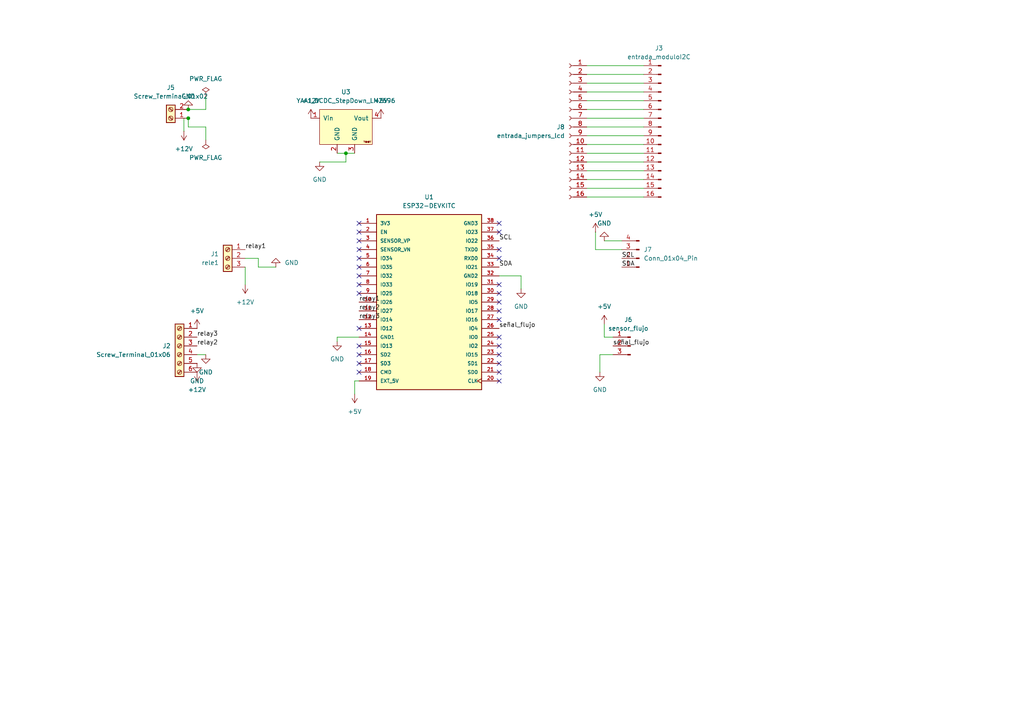
<source format=kicad_sch>
(kicad_sch
	(version 20250114)
	(generator "eeschema")
	(generator_version "9.0")
	(uuid "0775a407-d951-4f71-abb5-482a87088b1c")
	(paper "A4")
	(lib_symbols
		(symbol "Connector:Conn_01x03_Pin"
			(pin_names
				(offset 1.016)
				(hide yes)
			)
			(exclude_from_sim no)
			(in_bom yes)
			(on_board yes)
			(property "Reference" "J"
				(at 0 5.08 0)
				(effects
					(font
						(size 1.27 1.27)
					)
				)
			)
			(property "Value" "Conn_01x03_Pin"
				(at 0 -5.08 0)
				(effects
					(font
						(size 1.27 1.27)
					)
				)
			)
			(property "Footprint" ""
				(at 0 0 0)
				(effects
					(font
						(size 1.27 1.27)
					)
					(hide yes)
				)
			)
			(property "Datasheet" "~"
				(at 0 0 0)
				(effects
					(font
						(size 1.27 1.27)
					)
					(hide yes)
				)
			)
			(property "Description" "Generic connector, single row, 01x03, script generated"
				(at 0 0 0)
				(effects
					(font
						(size 1.27 1.27)
					)
					(hide yes)
				)
			)
			(property "ki_locked" ""
				(at 0 0 0)
				(effects
					(font
						(size 1.27 1.27)
					)
				)
			)
			(property "ki_keywords" "connector"
				(at 0 0 0)
				(effects
					(font
						(size 1.27 1.27)
					)
					(hide yes)
				)
			)
			(property "ki_fp_filters" "Connector*:*_1x??_*"
				(at 0 0 0)
				(effects
					(font
						(size 1.27 1.27)
					)
					(hide yes)
				)
			)
			(symbol "Conn_01x03_Pin_1_1"
				(rectangle
					(start 0.8636 2.667)
					(end 0 2.413)
					(stroke
						(width 0.1524)
						(type default)
					)
					(fill
						(type outline)
					)
				)
				(rectangle
					(start 0.8636 0.127)
					(end 0 -0.127)
					(stroke
						(width 0.1524)
						(type default)
					)
					(fill
						(type outline)
					)
				)
				(rectangle
					(start 0.8636 -2.413)
					(end 0 -2.667)
					(stroke
						(width 0.1524)
						(type default)
					)
					(fill
						(type outline)
					)
				)
				(polyline
					(pts
						(xy 1.27 2.54) (xy 0.8636 2.54)
					)
					(stroke
						(width 0.1524)
						(type default)
					)
					(fill
						(type none)
					)
				)
				(polyline
					(pts
						(xy 1.27 0) (xy 0.8636 0)
					)
					(stroke
						(width 0.1524)
						(type default)
					)
					(fill
						(type none)
					)
				)
				(polyline
					(pts
						(xy 1.27 -2.54) (xy 0.8636 -2.54)
					)
					(stroke
						(width 0.1524)
						(type default)
					)
					(fill
						(type none)
					)
				)
				(pin passive line
					(at 5.08 2.54 180)
					(length 3.81)
					(name "Pin_1"
						(effects
							(font
								(size 1.27 1.27)
							)
						)
					)
					(number "1"
						(effects
							(font
								(size 1.27 1.27)
							)
						)
					)
				)
				(pin passive line
					(at 5.08 0 180)
					(length 3.81)
					(name "Pin_2"
						(effects
							(font
								(size 1.27 1.27)
							)
						)
					)
					(number "2"
						(effects
							(font
								(size 1.27 1.27)
							)
						)
					)
				)
				(pin passive line
					(at 5.08 -2.54 180)
					(length 3.81)
					(name "Pin_3"
						(effects
							(font
								(size 1.27 1.27)
							)
						)
					)
					(number "3"
						(effects
							(font
								(size 1.27 1.27)
							)
						)
					)
				)
			)
			(embedded_fonts no)
		)
		(symbol "Connector:Conn_01x04_Pin"
			(pin_names
				(offset 1.016)
				(hide yes)
			)
			(exclude_from_sim no)
			(in_bom yes)
			(on_board yes)
			(property "Reference" "J"
				(at 0 5.08 0)
				(effects
					(font
						(size 1.27 1.27)
					)
				)
			)
			(property "Value" "Conn_01x04_Pin"
				(at 0 -7.62 0)
				(effects
					(font
						(size 1.27 1.27)
					)
				)
			)
			(property "Footprint" ""
				(at 0 0 0)
				(effects
					(font
						(size 1.27 1.27)
					)
					(hide yes)
				)
			)
			(property "Datasheet" "~"
				(at 0 0 0)
				(effects
					(font
						(size 1.27 1.27)
					)
					(hide yes)
				)
			)
			(property "Description" "Generic connector, single row, 01x04, script generated"
				(at 0 0 0)
				(effects
					(font
						(size 1.27 1.27)
					)
					(hide yes)
				)
			)
			(property "ki_locked" ""
				(at 0 0 0)
				(effects
					(font
						(size 1.27 1.27)
					)
				)
			)
			(property "ki_keywords" "connector"
				(at 0 0 0)
				(effects
					(font
						(size 1.27 1.27)
					)
					(hide yes)
				)
			)
			(property "ki_fp_filters" "Connector*:*_1x??_*"
				(at 0 0 0)
				(effects
					(font
						(size 1.27 1.27)
					)
					(hide yes)
				)
			)
			(symbol "Conn_01x04_Pin_1_1"
				(rectangle
					(start 0.8636 2.667)
					(end 0 2.413)
					(stroke
						(width 0.1524)
						(type default)
					)
					(fill
						(type outline)
					)
				)
				(rectangle
					(start 0.8636 0.127)
					(end 0 -0.127)
					(stroke
						(width 0.1524)
						(type default)
					)
					(fill
						(type outline)
					)
				)
				(rectangle
					(start 0.8636 -2.413)
					(end 0 -2.667)
					(stroke
						(width 0.1524)
						(type default)
					)
					(fill
						(type outline)
					)
				)
				(rectangle
					(start 0.8636 -4.953)
					(end 0 -5.207)
					(stroke
						(width 0.1524)
						(type default)
					)
					(fill
						(type outline)
					)
				)
				(polyline
					(pts
						(xy 1.27 2.54) (xy 0.8636 2.54)
					)
					(stroke
						(width 0.1524)
						(type default)
					)
					(fill
						(type none)
					)
				)
				(polyline
					(pts
						(xy 1.27 0) (xy 0.8636 0)
					)
					(stroke
						(width 0.1524)
						(type default)
					)
					(fill
						(type none)
					)
				)
				(polyline
					(pts
						(xy 1.27 -2.54) (xy 0.8636 -2.54)
					)
					(stroke
						(width 0.1524)
						(type default)
					)
					(fill
						(type none)
					)
				)
				(polyline
					(pts
						(xy 1.27 -5.08) (xy 0.8636 -5.08)
					)
					(stroke
						(width 0.1524)
						(type default)
					)
					(fill
						(type none)
					)
				)
				(pin passive line
					(at 5.08 2.54 180)
					(length 3.81)
					(name "Pin_1"
						(effects
							(font
								(size 1.27 1.27)
							)
						)
					)
					(number "1"
						(effects
							(font
								(size 1.27 1.27)
							)
						)
					)
				)
				(pin passive line
					(at 5.08 0 180)
					(length 3.81)
					(name "Pin_2"
						(effects
							(font
								(size 1.27 1.27)
							)
						)
					)
					(number "2"
						(effects
							(font
								(size 1.27 1.27)
							)
						)
					)
				)
				(pin passive line
					(at 5.08 -2.54 180)
					(length 3.81)
					(name "Pin_3"
						(effects
							(font
								(size 1.27 1.27)
							)
						)
					)
					(number "3"
						(effects
							(font
								(size 1.27 1.27)
							)
						)
					)
				)
				(pin passive line
					(at 5.08 -5.08 180)
					(length 3.81)
					(name "Pin_4"
						(effects
							(font
								(size 1.27 1.27)
							)
						)
					)
					(number "4"
						(effects
							(font
								(size 1.27 1.27)
							)
						)
					)
				)
			)
			(embedded_fonts no)
		)
		(symbol "Connector:Conn_01x16_Pin"
			(pin_names
				(offset 1.016)
				(hide yes)
			)
			(exclude_from_sim no)
			(in_bom yes)
			(on_board yes)
			(property "Reference" "J"
				(at 0 20.32 0)
				(effects
					(font
						(size 1.27 1.27)
					)
				)
			)
			(property "Value" "Conn_01x16_Pin"
				(at 0 -22.86 0)
				(effects
					(font
						(size 1.27 1.27)
					)
				)
			)
			(property "Footprint" ""
				(at 0 0 0)
				(effects
					(font
						(size 1.27 1.27)
					)
					(hide yes)
				)
			)
			(property "Datasheet" "~"
				(at 0 0 0)
				(effects
					(font
						(size 1.27 1.27)
					)
					(hide yes)
				)
			)
			(property "Description" "Generic connector, single row, 01x16, script generated"
				(at 0 0 0)
				(effects
					(font
						(size 1.27 1.27)
					)
					(hide yes)
				)
			)
			(property "ki_locked" ""
				(at 0 0 0)
				(effects
					(font
						(size 1.27 1.27)
					)
				)
			)
			(property "ki_keywords" "connector"
				(at 0 0 0)
				(effects
					(font
						(size 1.27 1.27)
					)
					(hide yes)
				)
			)
			(property "ki_fp_filters" "Connector*:*_1x??_*"
				(at 0 0 0)
				(effects
					(font
						(size 1.27 1.27)
					)
					(hide yes)
				)
			)
			(symbol "Conn_01x16_Pin_1_1"
				(rectangle
					(start 0.8636 17.907)
					(end 0 17.653)
					(stroke
						(width 0.1524)
						(type default)
					)
					(fill
						(type outline)
					)
				)
				(rectangle
					(start 0.8636 15.367)
					(end 0 15.113)
					(stroke
						(width 0.1524)
						(type default)
					)
					(fill
						(type outline)
					)
				)
				(rectangle
					(start 0.8636 12.827)
					(end 0 12.573)
					(stroke
						(width 0.1524)
						(type default)
					)
					(fill
						(type outline)
					)
				)
				(rectangle
					(start 0.8636 10.287)
					(end 0 10.033)
					(stroke
						(width 0.1524)
						(type default)
					)
					(fill
						(type outline)
					)
				)
				(rectangle
					(start 0.8636 7.747)
					(end 0 7.493)
					(stroke
						(width 0.1524)
						(type default)
					)
					(fill
						(type outline)
					)
				)
				(rectangle
					(start 0.8636 5.207)
					(end 0 4.953)
					(stroke
						(width 0.1524)
						(type default)
					)
					(fill
						(type outline)
					)
				)
				(rectangle
					(start 0.8636 2.667)
					(end 0 2.413)
					(stroke
						(width 0.1524)
						(type default)
					)
					(fill
						(type outline)
					)
				)
				(rectangle
					(start 0.8636 0.127)
					(end 0 -0.127)
					(stroke
						(width 0.1524)
						(type default)
					)
					(fill
						(type outline)
					)
				)
				(rectangle
					(start 0.8636 -2.413)
					(end 0 -2.667)
					(stroke
						(width 0.1524)
						(type default)
					)
					(fill
						(type outline)
					)
				)
				(rectangle
					(start 0.8636 -4.953)
					(end 0 -5.207)
					(stroke
						(width 0.1524)
						(type default)
					)
					(fill
						(type outline)
					)
				)
				(rectangle
					(start 0.8636 -7.493)
					(end 0 -7.747)
					(stroke
						(width 0.1524)
						(type default)
					)
					(fill
						(type outline)
					)
				)
				(rectangle
					(start 0.8636 -10.033)
					(end 0 -10.287)
					(stroke
						(width 0.1524)
						(type default)
					)
					(fill
						(type outline)
					)
				)
				(rectangle
					(start 0.8636 -12.573)
					(end 0 -12.827)
					(stroke
						(width 0.1524)
						(type default)
					)
					(fill
						(type outline)
					)
				)
				(rectangle
					(start 0.8636 -15.113)
					(end 0 -15.367)
					(stroke
						(width 0.1524)
						(type default)
					)
					(fill
						(type outline)
					)
				)
				(rectangle
					(start 0.8636 -17.653)
					(end 0 -17.907)
					(stroke
						(width 0.1524)
						(type default)
					)
					(fill
						(type outline)
					)
				)
				(rectangle
					(start 0.8636 -20.193)
					(end 0 -20.447)
					(stroke
						(width 0.1524)
						(type default)
					)
					(fill
						(type outline)
					)
				)
				(polyline
					(pts
						(xy 1.27 17.78) (xy 0.8636 17.78)
					)
					(stroke
						(width 0.1524)
						(type default)
					)
					(fill
						(type none)
					)
				)
				(polyline
					(pts
						(xy 1.27 15.24) (xy 0.8636 15.24)
					)
					(stroke
						(width 0.1524)
						(type default)
					)
					(fill
						(type none)
					)
				)
				(polyline
					(pts
						(xy 1.27 12.7) (xy 0.8636 12.7)
					)
					(stroke
						(width 0.1524)
						(type default)
					)
					(fill
						(type none)
					)
				)
				(polyline
					(pts
						(xy 1.27 10.16) (xy 0.8636 10.16)
					)
					(stroke
						(width 0.1524)
						(type default)
					)
					(fill
						(type none)
					)
				)
				(polyline
					(pts
						(xy 1.27 7.62) (xy 0.8636 7.62)
					)
					(stroke
						(width 0.1524)
						(type default)
					)
					(fill
						(type none)
					)
				)
				(polyline
					(pts
						(xy 1.27 5.08) (xy 0.8636 5.08)
					)
					(stroke
						(width 0.1524)
						(type default)
					)
					(fill
						(type none)
					)
				)
				(polyline
					(pts
						(xy 1.27 2.54) (xy 0.8636 2.54)
					)
					(stroke
						(width 0.1524)
						(type default)
					)
					(fill
						(type none)
					)
				)
				(polyline
					(pts
						(xy 1.27 0) (xy 0.8636 0)
					)
					(stroke
						(width 0.1524)
						(type default)
					)
					(fill
						(type none)
					)
				)
				(polyline
					(pts
						(xy 1.27 -2.54) (xy 0.8636 -2.54)
					)
					(stroke
						(width 0.1524)
						(type default)
					)
					(fill
						(type none)
					)
				)
				(polyline
					(pts
						(xy 1.27 -5.08) (xy 0.8636 -5.08)
					)
					(stroke
						(width 0.1524)
						(type default)
					)
					(fill
						(type none)
					)
				)
				(polyline
					(pts
						(xy 1.27 -7.62) (xy 0.8636 -7.62)
					)
					(stroke
						(width 0.1524)
						(type default)
					)
					(fill
						(type none)
					)
				)
				(polyline
					(pts
						(xy 1.27 -10.16) (xy 0.8636 -10.16)
					)
					(stroke
						(width 0.1524)
						(type default)
					)
					(fill
						(type none)
					)
				)
				(polyline
					(pts
						(xy 1.27 -12.7) (xy 0.8636 -12.7)
					)
					(stroke
						(width 0.1524)
						(type default)
					)
					(fill
						(type none)
					)
				)
				(polyline
					(pts
						(xy 1.27 -15.24) (xy 0.8636 -15.24)
					)
					(stroke
						(width 0.1524)
						(type default)
					)
					(fill
						(type none)
					)
				)
				(polyline
					(pts
						(xy 1.27 -17.78) (xy 0.8636 -17.78)
					)
					(stroke
						(width 0.1524)
						(type default)
					)
					(fill
						(type none)
					)
				)
				(polyline
					(pts
						(xy 1.27 -20.32) (xy 0.8636 -20.32)
					)
					(stroke
						(width 0.1524)
						(type default)
					)
					(fill
						(type none)
					)
				)
				(pin passive line
					(at 5.08 17.78 180)
					(length 3.81)
					(name "Pin_1"
						(effects
							(font
								(size 1.27 1.27)
							)
						)
					)
					(number "1"
						(effects
							(font
								(size 1.27 1.27)
							)
						)
					)
				)
				(pin passive line
					(at 5.08 15.24 180)
					(length 3.81)
					(name "Pin_2"
						(effects
							(font
								(size 1.27 1.27)
							)
						)
					)
					(number "2"
						(effects
							(font
								(size 1.27 1.27)
							)
						)
					)
				)
				(pin passive line
					(at 5.08 12.7 180)
					(length 3.81)
					(name "Pin_3"
						(effects
							(font
								(size 1.27 1.27)
							)
						)
					)
					(number "3"
						(effects
							(font
								(size 1.27 1.27)
							)
						)
					)
				)
				(pin passive line
					(at 5.08 10.16 180)
					(length 3.81)
					(name "Pin_4"
						(effects
							(font
								(size 1.27 1.27)
							)
						)
					)
					(number "4"
						(effects
							(font
								(size 1.27 1.27)
							)
						)
					)
				)
				(pin passive line
					(at 5.08 7.62 180)
					(length 3.81)
					(name "Pin_5"
						(effects
							(font
								(size 1.27 1.27)
							)
						)
					)
					(number "5"
						(effects
							(font
								(size 1.27 1.27)
							)
						)
					)
				)
				(pin passive line
					(at 5.08 5.08 180)
					(length 3.81)
					(name "Pin_6"
						(effects
							(font
								(size 1.27 1.27)
							)
						)
					)
					(number "6"
						(effects
							(font
								(size 1.27 1.27)
							)
						)
					)
				)
				(pin passive line
					(at 5.08 2.54 180)
					(length 3.81)
					(name "Pin_7"
						(effects
							(font
								(size 1.27 1.27)
							)
						)
					)
					(number "7"
						(effects
							(font
								(size 1.27 1.27)
							)
						)
					)
				)
				(pin passive line
					(at 5.08 0 180)
					(length 3.81)
					(name "Pin_8"
						(effects
							(font
								(size 1.27 1.27)
							)
						)
					)
					(number "8"
						(effects
							(font
								(size 1.27 1.27)
							)
						)
					)
				)
				(pin passive line
					(at 5.08 -2.54 180)
					(length 3.81)
					(name "Pin_9"
						(effects
							(font
								(size 1.27 1.27)
							)
						)
					)
					(number "9"
						(effects
							(font
								(size 1.27 1.27)
							)
						)
					)
				)
				(pin passive line
					(at 5.08 -5.08 180)
					(length 3.81)
					(name "Pin_10"
						(effects
							(font
								(size 1.27 1.27)
							)
						)
					)
					(number "10"
						(effects
							(font
								(size 1.27 1.27)
							)
						)
					)
				)
				(pin passive line
					(at 5.08 -7.62 180)
					(length 3.81)
					(name "Pin_11"
						(effects
							(font
								(size 1.27 1.27)
							)
						)
					)
					(number "11"
						(effects
							(font
								(size 1.27 1.27)
							)
						)
					)
				)
				(pin passive line
					(at 5.08 -10.16 180)
					(length 3.81)
					(name "Pin_12"
						(effects
							(font
								(size 1.27 1.27)
							)
						)
					)
					(number "12"
						(effects
							(font
								(size 1.27 1.27)
							)
						)
					)
				)
				(pin passive line
					(at 5.08 -12.7 180)
					(length 3.81)
					(name "Pin_13"
						(effects
							(font
								(size 1.27 1.27)
							)
						)
					)
					(number "13"
						(effects
							(font
								(size 1.27 1.27)
							)
						)
					)
				)
				(pin passive line
					(at 5.08 -15.24 180)
					(length 3.81)
					(name "Pin_14"
						(effects
							(font
								(size 1.27 1.27)
							)
						)
					)
					(number "14"
						(effects
							(font
								(size 1.27 1.27)
							)
						)
					)
				)
				(pin passive line
					(at 5.08 -17.78 180)
					(length 3.81)
					(name "Pin_15"
						(effects
							(font
								(size 1.27 1.27)
							)
						)
					)
					(number "15"
						(effects
							(font
								(size 1.27 1.27)
							)
						)
					)
				)
				(pin passive line
					(at 5.08 -20.32 180)
					(length 3.81)
					(name "Pin_16"
						(effects
							(font
								(size 1.27 1.27)
							)
						)
					)
					(number "16"
						(effects
							(font
								(size 1.27 1.27)
							)
						)
					)
				)
			)
			(embedded_fonts no)
		)
		(symbol "Connector:Conn_01x16_Socket"
			(pin_names
				(offset 1.016)
				(hide yes)
			)
			(exclude_from_sim no)
			(in_bom yes)
			(on_board yes)
			(property "Reference" "J"
				(at 0 20.32 0)
				(effects
					(font
						(size 1.27 1.27)
					)
				)
			)
			(property "Value" "Conn_01x16_Socket"
				(at 0 -22.86 0)
				(effects
					(font
						(size 1.27 1.27)
					)
				)
			)
			(property "Footprint" ""
				(at 0 0 0)
				(effects
					(font
						(size 1.27 1.27)
					)
					(hide yes)
				)
			)
			(property "Datasheet" "~"
				(at 0 0 0)
				(effects
					(font
						(size 1.27 1.27)
					)
					(hide yes)
				)
			)
			(property "Description" "Generic connector, single row, 01x16, script generated"
				(at 0 0 0)
				(effects
					(font
						(size 1.27 1.27)
					)
					(hide yes)
				)
			)
			(property "ki_locked" ""
				(at 0 0 0)
				(effects
					(font
						(size 1.27 1.27)
					)
				)
			)
			(property "ki_keywords" "connector"
				(at 0 0 0)
				(effects
					(font
						(size 1.27 1.27)
					)
					(hide yes)
				)
			)
			(property "ki_fp_filters" "Connector*:*_1x??_*"
				(at 0 0 0)
				(effects
					(font
						(size 1.27 1.27)
					)
					(hide yes)
				)
			)
			(symbol "Conn_01x16_Socket_1_1"
				(polyline
					(pts
						(xy -1.27 17.78) (xy -0.508 17.78)
					)
					(stroke
						(width 0.1524)
						(type default)
					)
					(fill
						(type none)
					)
				)
				(polyline
					(pts
						(xy -1.27 15.24) (xy -0.508 15.24)
					)
					(stroke
						(width 0.1524)
						(type default)
					)
					(fill
						(type none)
					)
				)
				(polyline
					(pts
						(xy -1.27 12.7) (xy -0.508 12.7)
					)
					(stroke
						(width 0.1524)
						(type default)
					)
					(fill
						(type none)
					)
				)
				(polyline
					(pts
						(xy -1.27 10.16) (xy -0.508 10.16)
					)
					(stroke
						(width 0.1524)
						(type default)
					)
					(fill
						(type none)
					)
				)
				(polyline
					(pts
						(xy -1.27 7.62) (xy -0.508 7.62)
					)
					(stroke
						(width 0.1524)
						(type default)
					)
					(fill
						(type none)
					)
				)
				(polyline
					(pts
						(xy -1.27 5.08) (xy -0.508 5.08)
					)
					(stroke
						(width 0.1524)
						(type default)
					)
					(fill
						(type none)
					)
				)
				(polyline
					(pts
						(xy -1.27 2.54) (xy -0.508 2.54)
					)
					(stroke
						(width 0.1524)
						(type default)
					)
					(fill
						(type none)
					)
				)
				(polyline
					(pts
						(xy -1.27 0) (xy -0.508 0)
					)
					(stroke
						(width 0.1524)
						(type default)
					)
					(fill
						(type none)
					)
				)
				(polyline
					(pts
						(xy -1.27 -2.54) (xy -0.508 -2.54)
					)
					(stroke
						(width 0.1524)
						(type default)
					)
					(fill
						(type none)
					)
				)
				(polyline
					(pts
						(xy -1.27 -5.08) (xy -0.508 -5.08)
					)
					(stroke
						(width 0.1524)
						(type default)
					)
					(fill
						(type none)
					)
				)
				(polyline
					(pts
						(xy -1.27 -7.62) (xy -0.508 -7.62)
					)
					(stroke
						(width 0.1524)
						(type default)
					)
					(fill
						(type none)
					)
				)
				(polyline
					(pts
						(xy -1.27 -10.16) (xy -0.508 -10.16)
					)
					(stroke
						(width 0.1524)
						(type default)
					)
					(fill
						(type none)
					)
				)
				(polyline
					(pts
						(xy -1.27 -12.7) (xy -0.508 -12.7)
					)
					(stroke
						(width 0.1524)
						(type default)
					)
					(fill
						(type none)
					)
				)
				(polyline
					(pts
						(xy -1.27 -15.24) (xy -0.508 -15.24)
					)
					(stroke
						(width 0.1524)
						(type default)
					)
					(fill
						(type none)
					)
				)
				(polyline
					(pts
						(xy -1.27 -17.78) (xy -0.508 -17.78)
					)
					(stroke
						(width 0.1524)
						(type default)
					)
					(fill
						(type none)
					)
				)
				(polyline
					(pts
						(xy -1.27 -20.32) (xy -0.508 -20.32)
					)
					(stroke
						(width 0.1524)
						(type default)
					)
					(fill
						(type none)
					)
				)
				(arc
					(start 0 17.272)
					(mid -0.5058 17.78)
					(end 0 18.288)
					(stroke
						(width 0.1524)
						(type default)
					)
					(fill
						(type none)
					)
				)
				(arc
					(start 0 14.732)
					(mid -0.5058 15.24)
					(end 0 15.748)
					(stroke
						(width 0.1524)
						(type default)
					)
					(fill
						(type none)
					)
				)
				(arc
					(start 0 12.192)
					(mid -0.5058 12.7)
					(end 0 13.208)
					(stroke
						(width 0.1524)
						(type default)
					)
					(fill
						(type none)
					)
				)
				(arc
					(start 0 9.652)
					(mid -0.5058 10.16)
					(end 0 10.668)
					(stroke
						(width 0.1524)
						(type default)
					)
					(fill
						(type none)
					)
				)
				(arc
					(start 0 7.112)
					(mid -0.5058 7.62)
					(end 0 8.128)
					(stroke
						(width 0.1524)
						(type default)
					)
					(fill
						(type none)
					)
				)
				(arc
					(start 0 4.572)
					(mid -0.5058 5.08)
					(end 0 5.588)
					(stroke
						(width 0.1524)
						(type default)
					)
					(fill
						(type none)
					)
				)
				(arc
					(start 0 2.032)
					(mid -0.5058 2.54)
					(end 0 3.048)
					(stroke
						(width 0.1524)
						(type default)
					)
					(fill
						(type none)
					)
				)
				(arc
					(start 0 -0.508)
					(mid -0.5058 0)
					(end 0 0.508)
					(stroke
						(width 0.1524)
						(type default)
					)
					(fill
						(type none)
					)
				)
				(arc
					(start 0 -3.048)
					(mid -0.5058 -2.54)
					(end 0 -2.032)
					(stroke
						(width 0.1524)
						(type default)
					)
					(fill
						(type none)
					)
				)
				(arc
					(start 0 -5.588)
					(mid -0.5058 -5.08)
					(end 0 -4.572)
					(stroke
						(width 0.1524)
						(type default)
					)
					(fill
						(type none)
					)
				)
				(arc
					(start 0 -8.128)
					(mid -0.5058 -7.62)
					(end 0 -7.112)
					(stroke
						(width 0.1524)
						(type default)
					)
					(fill
						(type none)
					)
				)
				(arc
					(start 0 -10.668)
					(mid -0.5058 -10.16)
					(end 0 -9.652)
					(stroke
						(width 0.1524)
						(type default)
					)
					(fill
						(type none)
					)
				)
				(arc
					(start 0 -13.208)
					(mid -0.5058 -12.7)
					(end 0 -12.192)
					(stroke
						(width 0.1524)
						(type default)
					)
					(fill
						(type none)
					)
				)
				(arc
					(start 0 -15.748)
					(mid -0.5058 -15.24)
					(end 0 -14.732)
					(stroke
						(width 0.1524)
						(type default)
					)
					(fill
						(type none)
					)
				)
				(arc
					(start 0 -18.288)
					(mid -0.5058 -17.78)
					(end 0 -17.272)
					(stroke
						(width 0.1524)
						(type default)
					)
					(fill
						(type none)
					)
				)
				(arc
					(start 0 -20.828)
					(mid -0.5058 -20.32)
					(end 0 -19.812)
					(stroke
						(width 0.1524)
						(type default)
					)
					(fill
						(type none)
					)
				)
				(pin passive line
					(at -5.08 17.78 0)
					(length 3.81)
					(name "Pin_1"
						(effects
							(font
								(size 1.27 1.27)
							)
						)
					)
					(number "1"
						(effects
							(font
								(size 1.27 1.27)
							)
						)
					)
				)
				(pin passive line
					(at -5.08 15.24 0)
					(length 3.81)
					(name "Pin_2"
						(effects
							(font
								(size 1.27 1.27)
							)
						)
					)
					(number "2"
						(effects
							(font
								(size 1.27 1.27)
							)
						)
					)
				)
				(pin passive line
					(at -5.08 12.7 0)
					(length 3.81)
					(name "Pin_3"
						(effects
							(font
								(size 1.27 1.27)
							)
						)
					)
					(number "3"
						(effects
							(font
								(size 1.27 1.27)
							)
						)
					)
				)
				(pin passive line
					(at -5.08 10.16 0)
					(length 3.81)
					(name "Pin_4"
						(effects
							(font
								(size 1.27 1.27)
							)
						)
					)
					(number "4"
						(effects
							(font
								(size 1.27 1.27)
							)
						)
					)
				)
				(pin passive line
					(at -5.08 7.62 0)
					(length 3.81)
					(name "Pin_5"
						(effects
							(font
								(size 1.27 1.27)
							)
						)
					)
					(number "5"
						(effects
							(font
								(size 1.27 1.27)
							)
						)
					)
				)
				(pin passive line
					(at -5.08 5.08 0)
					(length 3.81)
					(name "Pin_6"
						(effects
							(font
								(size 1.27 1.27)
							)
						)
					)
					(number "6"
						(effects
							(font
								(size 1.27 1.27)
							)
						)
					)
				)
				(pin passive line
					(at -5.08 2.54 0)
					(length 3.81)
					(name "Pin_7"
						(effects
							(font
								(size 1.27 1.27)
							)
						)
					)
					(number "7"
						(effects
							(font
								(size 1.27 1.27)
							)
						)
					)
				)
				(pin passive line
					(at -5.08 0 0)
					(length 3.81)
					(name "Pin_8"
						(effects
							(font
								(size 1.27 1.27)
							)
						)
					)
					(number "8"
						(effects
							(font
								(size 1.27 1.27)
							)
						)
					)
				)
				(pin passive line
					(at -5.08 -2.54 0)
					(length 3.81)
					(name "Pin_9"
						(effects
							(font
								(size 1.27 1.27)
							)
						)
					)
					(number "9"
						(effects
							(font
								(size 1.27 1.27)
							)
						)
					)
				)
				(pin passive line
					(at -5.08 -5.08 0)
					(length 3.81)
					(name "Pin_10"
						(effects
							(font
								(size 1.27 1.27)
							)
						)
					)
					(number "10"
						(effects
							(font
								(size 1.27 1.27)
							)
						)
					)
				)
				(pin passive line
					(at -5.08 -7.62 0)
					(length 3.81)
					(name "Pin_11"
						(effects
							(font
								(size 1.27 1.27)
							)
						)
					)
					(number "11"
						(effects
							(font
								(size 1.27 1.27)
							)
						)
					)
				)
				(pin passive line
					(at -5.08 -10.16 0)
					(length 3.81)
					(name "Pin_12"
						(effects
							(font
								(size 1.27 1.27)
							)
						)
					)
					(number "12"
						(effects
							(font
								(size 1.27 1.27)
							)
						)
					)
				)
				(pin passive line
					(at -5.08 -12.7 0)
					(length 3.81)
					(name "Pin_13"
						(effects
							(font
								(size 1.27 1.27)
							)
						)
					)
					(number "13"
						(effects
							(font
								(size 1.27 1.27)
							)
						)
					)
				)
				(pin passive line
					(at -5.08 -15.24 0)
					(length 3.81)
					(name "Pin_14"
						(effects
							(font
								(size 1.27 1.27)
							)
						)
					)
					(number "14"
						(effects
							(font
								(size 1.27 1.27)
							)
						)
					)
				)
				(pin passive line
					(at -5.08 -17.78 0)
					(length 3.81)
					(name "Pin_15"
						(effects
							(font
								(size 1.27 1.27)
							)
						)
					)
					(number "15"
						(effects
							(font
								(size 1.27 1.27)
							)
						)
					)
				)
				(pin passive line
					(at -5.08 -20.32 0)
					(length 3.81)
					(name "Pin_16"
						(effects
							(font
								(size 1.27 1.27)
							)
						)
					)
					(number "16"
						(effects
							(font
								(size 1.27 1.27)
							)
						)
					)
				)
			)
			(embedded_fonts no)
		)
		(symbol "Connector:Screw_Terminal_01x02"
			(pin_names
				(offset 1.016)
				(hide yes)
			)
			(exclude_from_sim no)
			(in_bom yes)
			(on_board yes)
			(property "Reference" "J"
				(at 0 2.54 0)
				(effects
					(font
						(size 1.27 1.27)
					)
				)
			)
			(property "Value" "Screw_Terminal_01x02"
				(at 0 -5.08 0)
				(effects
					(font
						(size 1.27 1.27)
					)
				)
			)
			(property "Footprint" ""
				(at 0 0 0)
				(effects
					(font
						(size 1.27 1.27)
					)
					(hide yes)
				)
			)
			(property "Datasheet" "~"
				(at 0 0 0)
				(effects
					(font
						(size 1.27 1.27)
					)
					(hide yes)
				)
			)
			(property "Description" "Generic screw terminal, single row, 01x02, script generated (kicad-library-utils/schlib/autogen/connector/)"
				(at 0 0 0)
				(effects
					(font
						(size 1.27 1.27)
					)
					(hide yes)
				)
			)
			(property "ki_keywords" "screw terminal"
				(at 0 0 0)
				(effects
					(font
						(size 1.27 1.27)
					)
					(hide yes)
				)
			)
			(property "ki_fp_filters" "TerminalBlock*:*"
				(at 0 0 0)
				(effects
					(font
						(size 1.27 1.27)
					)
					(hide yes)
				)
			)
			(symbol "Screw_Terminal_01x02_1_1"
				(rectangle
					(start -1.27 1.27)
					(end 1.27 -3.81)
					(stroke
						(width 0.254)
						(type default)
					)
					(fill
						(type background)
					)
				)
				(polyline
					(pts
						(xy -0.5334 0.3302) (xy 0.3302 -0.508)
					)
					(stroke
						(width 0.1524)
						(type default)
					)
					(fill
						(type none)
					)
				)
				(polyline
					(pts
						(xy -0.5334 -2.2098) (xy 0.3302 -3.048)
					)
					(stroke
						(width 0.1524)
						(type default)
					)
					(fill
						(type none)
					)
				)
				(polyline
					(pts
						(xy -0.3556 0.508) (xy 0.508 -0.3302)
					)
					(stroke
						(width 0.1524)
						(type default)
					)
					(fill
						(type none)
					)
				)
				(polyline
					(pts
						(xy -0.3556 -2.032) (xy 0.508 -2.8702)
					)
					(stroke
						(width 0.1524)
						(type default)
					)
					(fill
						(type none)
					)
				)
				(circle
					(center 0 0)
					(radius 0.635)
					(stroke
						(width 0.1524)
						(type default)
					)
					(fill
						(type none)
					)
				)
				(circle
					(center 0 -2.54)
					(radius 0.635)
					(stroke
						(width 0.1524)
						(type default)
					)
					(fill
						(type none)
					)
				)
				(pin passive line
					(at -5.08 0 0)
					(length 3.81)
					(name "Pin_1"
						(effects
							(font
								(size 1.27 1.27)
							)
						)
					)
					(number "1"
						(effects
							(font
								(size 1.27 1.27)
							)
						)
					)
				)
				(pin passive line
					(at -5.08 -2.54 0)
					(length 3.81)
					(name "Pin_2"
						(effects
							(font
								(size 1.27 1.27)
							)
						)
					)
					(number "2"
						(effects
							(font
								(size 1.27 1.27)
							)
						)
					)
				)
			)
			(embedded_fonts no)
		)
		(symbol "Connector:Screw_Terminal_01x03"
			(pin_names
				(offset 1.016)
				(hide yes)
			)
			(exclude_from_sim no)
			(in_bom yes)
			(on_board yes)
			(property "Reference" "J"
				(at 0 5.08 0)
				(effects
					(font
						(size 1.27 1.27)
					)
				)
			)
			(property "Value" "Screw_Terminal_01x03"
				(at 0 -5.08 0)
				(effects
					(font
						(size 1.27 1.27)
					)
				)
			)
			(property "Footprint" ""
				(at 0 0 0)
				(effects
					(font
						(size 1.27 1.27)
					)
					(hide yes)
				)
			)
			(property "Datasheet" "~"
				(at 0 0 0)
				(effects
					(font
						(size 1.27 1.27)
					)
					(hide yes)
				)
			)
			(property "Description" "Generic screw terminal, single row, 01x03, script generated (kicad-library-utils/schlib/autogen/connector/)"
				(at 0 0 0)
				(effects
					(font
						(size 1.27 1.27)
					)
					(hide yes)
				)
			)
			(property "ki_keywords" "screw terminal"
				(at 0 0 0)
				(effects
					(font
						(size 1.27 1.27)
					)
					(hide yes)
				)
			)
			(property "ki_fp_filters" "TerminalBlock*:*"
				(at 0 0 0)
				(effects
					(font
						(size 1.27 1.27)
					)
					(hide yes)
				)
			)
			(symbol "Screw_Terminal_01x03_1_1"
				(rectangle
					(start -1.27 3.81)
					(end 1.27 -3.81)
					(stroke
						(width 0.254)
						(type default)
					)
					(fill
						(type background)
					)
				)
				(polyline
					(pts
						(xy -0.5334 2.8702) (xy 0.3302 2.032)
					)
					(stroke
						(width 0.1524)
						(type default)
					)
					(fill
						(type none)
					)
				)
				(polyline
					(pts
						(xy -0.5334 0.3302) (xy 0.3302 -0.508)
					)
					(stroke
						(width 0.1524)
						(type default)
					)
					(fill
						(type none)
					)
				)
				(polyline
					(pts
						(xy -0.5334 -2.2098) (xy 0.3302 -3.048)
					)
					(stroke
						(width 0.1524)
						(type default)
					)
					(fill
						(type none)
					)
				)
				(polyline
					(pts
						(xy -0.3556 3.048) (xy 0.508 2.2098)
					)
					(stroke
						(width 0.1524)
						(type default)
					)
					(fill
						(type none)
					)
				)
				(polyline
					(pts
						(xy -0.3556 0.508) (xy 0.508 -0.3302)
					)
					(stroke
						(width 0.1524)
						(type default)
					)
					(fill
						(type none)
					)
				)
				(polyline
					(pts
						(xy -0.3556 -2.032) (xy 0.508 -2.8702)
					)
					(stroke
						(width 0.1524)
						(type default)
					)
					(fill
						(type none)
					)
				)
				(circle
					(center 0 2.54)
					(radius 0.635)
					(stroke
						(width 0.1524)
						(type default)
					)
					(fill
						(type none)
					)
				)
				(circle
					(center 0 0)
					(radius 0.635)
					(stroke
						(width 0.1524)
						(type default)
					)
					(fill
						(type none)
					)
				)
				(circle
					(center 0 -2.54)
					(radius 0.635)
					(stroke
						(width 0.1524)
						(type default)
					)
					(fill
						(type none)
					)
				)
				(pin passive line
					(at -5.08 2.54 0)
					(length 3.81)
					(name "Pin_1"
						(effects
							(font
								(size 1.27 1.27)
							)
						)
					)
					(number "1"
						(effects
							(font
								(size 1.27 1.27)
							)
						)
					)
				)
				(pin passive line
					(at -5.08 0 0)
					(length 3.81)
					(name "Pin_2"
						(effects
							(font
								(size 1.27 1.27)
							)
						)
					)
					(number "2"
						(effects
							(font
								(size 1.27 1.27)
							)
						)
					)
				)
				(pin passive line
					(at -5.08 -2.54 0)
					(length 3.81)
					(name "Pin_3"
						(effects
							(font
								(size 1.27 1.27)
							)
						)
					)
					(number "3"
						(effects
							(font
								(size 1.27 1.27)
							)
						)
					)
				)
			)
			(embedded_fonts no)
		)
		(symbol "Connector:Screw_Terminal_01x06"
			(pin_names
				(offset 1.016)
				(hide yes)
			)
			(exclude_from_sim no)
			(in_bom yes)
			(on_board yes)
			(property "Reference" "J"
				(at 0 7.62 0)
				(effects
					(font
						(size 1.27 1.27)
					)
				)
			)
			(property "Value" "Screw_Terminal_01x06"
				(at 0 -10.16 0)
				(effects
					(font
						(size 1.27 1.27)
					)
				)
			)
			(property "Footprint" ""
				(at 0 0 0)
				(effects
					(font
						(size 1.27 1.27)
					)
					(hide yes)
				)
			)
			(property "Datasheet" "~"
				(at 0 0 0)
				(effects
					(font
						(size 1.27 1.27)
					)
					(hide yes)
				)
			)
			(property "Description" "Generic screw terminal, single row, 01x06, script generated (kicad-library-utils/schlib/autogen/connector/)"
				(at 0 0 0)
				(effects
					(font
						(size 1.27 1.27)
					)
					(hide yes)
				)
			)
			(property "ki_keywords" "screw terminal"
				(at 0 0 0)
				(effects
					(font
						(size 1.27 1.27)
					)
					(hide yes)
				)
			)
			(property "ki_fp_filters" "TerminalBlock*:*"
				(at 0 0 0)
				(effects
					(font
						(size 1.27 1.27)
					)
					(hide yes)
				)
			)
			(symbol "Screw_Terminal_01x06_1_1"
				(rectangle
					(start -1.27 6.35)
					(end 1.27 -8.89)
					(stroke
						(width 0.254)
						(type default)
					)
					(fill
						(type background)
					)
				)
				(polyline
					(pts
						(xy -0.5334 5.4102) (xy 0.3302 4.572)
					)
					(stroke
						(width 0.1524)
						(type default)
					)
					(fill
						(type none)
					)
				)
				(polyline
					(pts
						(xy -0.5334 2.8702) (xy 0.3302 2.032)
					)
					(stroke
						(width 0.1524)
						(type default)
					)
					(fill
						(type none)
					)
				)
				(polyline
					(pts
						(xy -0.5334 0.3302) (xy 0.3302 -0.508)
					)
					(stroke
						(width 0.1524)
						(type default)
					)
					(fill
						(type none)
					)
				)
				(polyline
					(pts
						(xy -0.5334 -2.2098) (xy 0.3302 -3.048)
					)
					(stroke
						(width 0.1524)
						(type default)
					)
					(fill
						(type none)
					)
				)
				(polyline
					(pts
						(xy -0.5334 -4.7498) (xy 0.3302 -5.588)
					)
					(stroke
						(width 0.1524)
						(type default)
					)
					(fill
						(type none)
					)
				)
				(polyline
					(pts
						(xy -0.5334 -7.2898) (xy 0.3302 -8.128)
					)
					(stroke
						(width 0.1524)
						(type default)
					)
					(fill
						(type none)
					)
				)
				(polyline
					(pts
						(xy -0.3556 5.588) (xy 0.508 4.7498)
					)
					(stroke
						(width 0.1524)
						(type default)
					)
					(fill
						(type none)
					)
				)
				(polyline
					(pts
						(xy -0.3556 3.048) (xy 0.508 2.2098)
					)
					(stroke
						(width 0.1524)
						(type default)
					)
					(fill
						(type none)
					)
				)
				(polyline
					(pts
						(xy -0.3556 0.508) (xy 0.508 -0.3302)
					)
					(stroke
						(width 0.1524)
						(type default)
					)
					(fill
						(type none)
					)
				)
				(polyline
					(pts
						(xy -0.3556 -2.032) (xy 0.508 -2.8702)
					)
					(stroke
						(width 0.1524)
						(type default)
					)
					(fill
						(type none)
					)
				)
				(polyline
					(pts
						(xy -0.3556 -4.572) (xy 0.508 -5.4102)
					)
					(stroke
						(width 0.1524)
						(type default)
					)
					(fill
						(type none)
					)
				)
				(polyline
					(pts
						(xy -0.3556 -7.112) (xy 0.508 -7.9502)
					)
					(stroke
						(width 0.1524)
						(type default)
					)
					(fill
						(type none)
					)
				)
				(circle
					(center 0 5.08)
					(radius 0.635)
					(stroke
						(width 0.1524)
						(type default)
					)
					(fill
						(type none)
					)
				)
				(circle
					(center 0 2.54)
					(radius 0.635)
					(stroke
						(width 0.1524)
						(type default)
					)
					(fill
						(type none)
					)
				)
				(circle
					(center 0 0)
					(radius 0.635)
					(stroke
						(width 0.1524)
						(type default)
					)
					(fill
						(type none)
					)
				)
				(circle
					(center 0 -2.54)
					(radius 0.635)
					(stroke
						(width 0.1524)
						(type default)
					)
					(fill
						(type none)
					)
				)
				(circle
					(center 0 -5.08)
					(radius 0.635)
					(stroke
						(width 0.1524)
						(type default)
					)
					(fill
						(type none)
					)
				)
				(circle
					(center 0 -7.62)
					(radius 0.635)
					(stroke
						(width 0.1524)
						(type default)
					)
					(fill
						(type none)
					)
				)
				(pin passive line
					(at -5.08 5.08 0)
					(length 3.81)
					(name "Pin_1"
						(effects
							(font
								(size 1.27 1.27)
							)
						)
					)
					(number "1"
						(effects
							(font
								(size 1.27 1.27)
							)
						)
					)
				)
				(pin passive line
					(at -5.08 2.54 0)
					(length 3.81)
					(name "Pin_2"
						(effects
							(font
								(size 1.27 1.27)
							)
						)
					)
					(number "2"
						(effects
							(font
								(size 1.27 1.27)
							)
						)
					)
				)
				(pin passive line
					(at -5.08 0 0)
					(length 3.81)
					(name "Pin_3"
						(effects
							(font
								(size 1.27 1.27)
							)
						)
					)
					(number "3"
						(effects
							(font
								(size 1.27 1.27)
							)
						)
					)
				)
				(pin passive line
					(at -5.08 -2.54 0)
					(length 3.81)
					(name "Pin_4"
						(effects
							(font
								(size 1.27 1.27)
							)
						)
					)
					(number "4"
						(effects
							(font
								(size 1.27 1.27)
							)
						)
					)
				)
				(pin passive line
					(at -5.08 -5.08 0)
					(length 3.81)
					(name "Pin_5"
						(effects
							(font
								(size 1.27 1.27)
							)
						)
					)
					(number "5"
						(effects
							(font
								(size 1.27 1.27)
							)
						)
					)
				)
				(pin passive line
					(at -5.08 -7.62 0)
					(length 3.81)
					(name "Pin_6"
						(effects
							(font
								(size 1.27 1.27)
							)
						)
					)
					(number "6"
						(effects
							(font
								(size 1.27 1.27)
							)
						)
					)
				)
			)
			(embedded_fonts no)
		)
		(symbol "ESP32-DEVKITC:ESP32-DEVKITC"
			(pin_names
				(offset 1.016)
			)
			(exclude_from_sim no)
			(in_bom yes)
			(on_board yes)
			(property "Reference" "U"
				(at -15.2572 26.0643 0)
				(effects
					(font
						(size 1.27 1.27)
					)
					(justify left bottom)
				)
			)
			(property "Value" "ESP32-DEVKITC"
				(at -15.2563 -27.9698 0)
				(effects
					(font
						(size 1.27 1.27)
					)
					(justify left bottom)
				)
			)
			(property "Footprint" "ESP32-DEVKITC:MODULE_ESP32-DEVKITC"
				(at 0 0 0)
				(effects
					(font
						(size 1.27 1.27)
					)
					(justify bottom)
					(hide yes)
				)
			)
			(property "Datasheet" ""
				(at 0 0 0)
				(effects
					(font
						(size 1.27 1.27)
					)
					(hide yes)
				)
			)
			(property "Description" ""
				(at 0 0 0)
				(effects
					(font
						(size 1.27 1.27)
					)
					(hide yes)
				)
			)
			(property "MF" "Espressif Systems"
				(at 0 0 0)
				(effects
					(font
						(size 1.27 1.27)
					)
					(justify bottom)
					(hide yes)
				)
			)
			(property "Description_1" "Transceiver; 802.11 b/g/n (Wi-Fi, WiFi, WLAN), Bluetooth® Smart Ready 4.x Dual Mode"
				(at 0 0 0)
				(effects
					(font
						(size 1.27 1.27)
					)
					(justify bottom)
					(hide yes)
				)
			)
			(property "Package" "None"
				(at 0 0 0)
				(effects
					(font
						(size 1.27 1.27)
					)
					(justify bottom)
					(hide yes)
				)
			)
			(property "Price" "None"
				(at 0 0 0)
				(effects
					(font
						(size 1.27 1.27)
					)
					(justify bottom)
					(hide yes)
				)
			)
			(property "Check_prices" "https://www.snapeda.com/parts/ESP32-DEVKITC-32D-F/Espressif+Systems/view-part/?ref=eda"
				(at 0 0 0)
				(effects
					(font
						(size 1.27 1.27)
					)
					(justify bottom)
					(hide yes)
				)
			)
			(property "STANDARD" "Manufacturer Recommendations"
				(at 0 0 0)
				(effects
					(font
						(size 1.27 1.27)
					)
					(justify bottom)
					(hide yes)
				)
			)
			(property "PARTREV" "N/A"
				(at 0 0 0)
				(effects
					(font
						(size 1.27 1.27)
					)
					(justify bottom)
					(hide yes)
				)
			)
			(property "SnapEDA_Link" "https://www.snapeda.com/parts/ESP32-DEVKITC-32D-F/Espressif+Systems/view-part/?ref=snap"
				(at 0 0 0)
				(effects
					(font
						(size 1.27 1.27)
					)
					(justify bottom)
					(hide yes)
				)
			)
			(property "MP" "ESP32-DEVKITC-32D-F"
				(at 0 0 0)
				(effects
					(font
						(size 1.27 1.27)
					)
					(justify bottom)
					(hide yes)
				)
			)
			(property "Availability" "In Stock"
				(at 0 0 0)
				(effects
					(font
						(size 1.27 1.27)
					)
					(justify bottom)
					(hide yes)
				)
			)
			(property "MANUFACTURER" "ESPRESSIF"
				(at 0 0 0)
				(effects
					(font
						(size 1.27 1.27)
					)
					(justify bottom)
					(hide yes)
				)
			)
			(symbol "ESP32-DEVKITC_0_0"
				(rectangle
					(start -15.24 -25.4)
					(end 15.24 25.4)
					(stroke
						(width 0.254)
						(type default)
					)
					(fill
						(type background)
					)
				)
				(pin power_in line
					(at -20.32 22.86 0)
					(length 5.08)
					(name "3V3"
						(effects
							(font
								(size 1.016 1.016)
							)
						)
					)
					(number "1"
						(effects
							(font
								(size 1.016 1.016)
							)
						)
					)
				)
				(pin input line
					(at -20.32 20.32 0)
					(length 5.08)
					(name "EN"
						(effects
							(font
								(size 1.016 1.016)
							)
						)
					)
					(number "2"
						(effects
							(font
								(size 1.016 1.016)
							)
						)
					)
				)
				(pin input line
					(at -20.32 17.78 0)
					(length 5.08)
					(name "SENSOR_VP"
						(effects
							(font
								(size 1.016 1.016)
							)
						)
					)
					(number "3"
						(effects
							(font
								(size 1.016 1.016)
							)
						)
					)
				)
				(pin input line
					(at -20.32 15.24 0)
					(length 5.08)
					(name "SENSOR_VN"
						(effects
							(font
								(size 1.016 1.016)
							)
						)
					)
					(number "4"
						(effects
							(font
								(size 1.016 1.016)
							)
						)
					)
				)
				(pin bidirectional line
					(at -20.32 12.7 0)
					(length 5.08)
					(name "IO34"
						(effects
							(font
								(size 1.016 1.016)
							)
						)
					)
					(number "5"
						(effects
							(font
								(size 1.016 1.016)
							)
						)
					)
				)
				(pin bidirectional line
					(at -20.32 10.16 0)
					(length 5.08)
					(name "IO35"
						(effects
							(font
								(size 1.016 1.016)
							)
						)
					)
					(number "6"
						(effects
							(font
								(size 1.016 1.016)
							)
						)
					)
				)
				(pin bidirectional line
					(at -20.32 7.62 0)
					(length 5.08)
					(name "IO32"
						(effects
							(font
								(size 1.016 1.016)
							)
						)
					)
					(number "7"
						(effects
							(font
								(size 1.016 1.016)
							)
						)
					)
				)
				(pin bidirectional line
					(at -20.32 5.08 0)
					(length 5.08)
					(name "IO33"
						(effects
							(font
								(size 1.016 1.016)
							)
						)
					)
					(number "8"
						(effects
							(font
								(size 1.016 1.016)
							)
						)
					)
				)
				(pin bidirectional line
					(at -20.32 2.54 0)
					(length 5.08)
					(name "IO25"
						(effects
							(font
								(size 1.016 1.016)
							)
						)
					)
					(number "9"
						(effects
							(font
								(size 1.016 1.016)
							)
						)
					)
				)
				(pin bidirectional line
					(at -20.32 0 0)
					(length 5.08)
					(name "IO26"
						(effects
							(font
								(size 1.016 1.016)
							)
						)
					)
					(number "10"
						(effects
							(font
								(size 1.016 1.016)
							)
						)
					)
				)
				(pin bidirectional line
					(at -20.32 -2.54 0)
					(length 5.08)
					(name "IO27"
						(effects
							(font
								(size 1.016 1.016)
							)
						)
					)
					(number "11"
						(effects
							(font
								(size 1.016 1.016)
							)
						)
					)
				)
				(pin bidirectional line
					(at -20.32 -5.08 0)
					(length 5.08)
					(name "IO14"
						(effects
							(font
								(size 1.016 1.016)
							)
						)
					)
					(number "12"
						(effects
							(font
								(size 1.016 1.016)
							)
						)
					)
				)
				(pin bidirectional line
					(at -20.32 -7.62 0)
					(length 5.08)
					(name "IO12"
						(effects
							(font
								(size 1.016 1.016)
							)
						)
					)
					(number "13"
						(effects
							(font
								(size 1.016 1.016)
							)
						)
					)
				)
				(pin power_in line
					(at -20.32 -10.16 0)
					(length 5.08)
					(name "GND1"
						(effects
							(font
								(size 1.016 1.016)
							)
						)
					)
					(number "14"
						(effects
							(font
								(size 1.016 1.016)
							)
						)
					)
				)
				(pin bidirectional line
					(at -20.32 -12.7 0)
					(length 5.08)
					(name "IO13"
						(effects
							(font
								(size 1.016 1.016)
							)
						)
					)
					(number "15"
						(effects
							(font
								(size 1.016 1.016)
							)
						)
					)
				)
				(pin bidirectional line
					(at -20.32 -15.24 0)
					(length 5.08)
					(name "SD2"
						(effects
							(font
								(size 1.016 1.016)
							)
						)
					)
					(number "16"
						(effects
							(font
								(size 1.016 1.016)
							)
						)
					)
				)
				(pin bidirectional line
					(at -20.32 -17.78 0)
					(length 5.08)
					(name "SD3"
						(effects
							(font
								(size 1.016 1.016)
							)
						)
					)
					(number "17"
						(effects
							(font
								(size 1.016 1.016)
							)
						)
					)
				)
				(pin bidirectional line
					(at -20.32 -20.32 0)
					(length 5.08)
					(name "CMD"
						(effects
							(font
								(size 1.016 1.016)
							)
						)
					)
					(number "18"
						(effects
							(font
								(size 1.016 1.016)
							)
						)
					)
				)
				(pin power_in line
					(at -20.32 -22.86 0)
					(length 5.08)
					(name "EXT_5V"
						(effects
							(font
								(size 1.016 1.016)
							)
						)
					)
					(number "19"
						(effects
							(font
								(size 1.016 1.016)
							)
						)
					)
				)
				(pin power_in line
					(at 20.32 22.86 180)
					(length 5.08)
					(name "GND3"
						(effects
							(font
								(size 1.016 1.016)
							)
						)
					)
					(number "38"
						(effects
							(font
								(size 1.016 1.016)
							)
						)
					)
				)
				(pin bidirectional line
					(at 20.32 20.32 180)
					(length 5.08)
					(name "IO23"
						(effects
							(font
								(size 1.016 1.016)
							)
						)
					)
					(number "37"
						(effects
							(font
								(size 1.016 1.016)
							)
						)
					)
				)
				(pin bidirectional line
					(at 20.32 17.78 180)
					(length 5.08)
					(name "IO22"
						(effects
							(font
								(size 1.016 1.016)
							)
						)
					)
					(number "36"
						(effects
							(font
								(size 1.016 1.016)
							)
						)
					)
				)
				(pin output line
					(at 20.32 15.24 180)
					(length 5.08)
					(name "TXD0"
						(effects
							(font
								(size 1.016 1.016)
							)
						)
					)
					(number "35"
						(effects
							(font
								(size 1.016 1.016)
							)
						)
					)
				)
				(pin input line
					(at 20.32 12.7 180)
					(length 5.08)
					(name "RXD0"
						(effects
							(font
								(size 1.016 1.016)
							)
						)
					)
					(number "34"
						(effects
							(font
								(size 1.016 1.016)
							)
						)
					)
				)
				(pin bidirectional line
					(at 20.32 10.16 180)
					(length 5.08)
					(name "IO21"
						(effects
							(font
								(size 1.016 1.016)
							)
						)
					)
					(number "33"
						(effects
							(font
								(size 1.016 1.016)
							)
						)
					)
				)
				(pin power_in line
					(at 20.32 7.62 180)
					(length 5.08)
					(name "GND2"
						(effects
							(font
								(size 1.016 1.016)
							)
						)
					)
					(number "32"
						(effects
							(font
								(size 1.016 1.016)
							)
						)
					)
				)
				(pin bidirectional line
					(at 20.32 5.08 180)
					(length 5.08)
					(name "IO19"
						(effects
							(font
								(size 1.016 1.016)
							)
						)
					)
					(number "31"
						(effects
							(font
								(size 1.016 1.016)
							)
						)
					)
				)
				(pin bidirectional line
					(at 20.32 2.54 180)
					(length 5.08)
					(name "IO18"
						(effects
							(font
								(size 1.016 1.016)
							)
						)
					)
					(number "30"
						(effects
							(font
								(size 1.016 1.016)
							)
						)
					)
				)
				(pin bidirectional line
					(at 20.32 0 180)
					(length 5.08)
					(name "IO5"
						(effects
							(font
								(size 1.016 1.016)
							)
						)
					)
					(number "29"
						(effects
							(font
								(size 1.016 1.016)
							)
						)
					)
				)
				(pin bidirectional line
					(at 20.32 -2.54 180)
					(length 5.08)
					(name "IO17"
						(effects
							(font
								(size 1.016 1.016)
							)
						)
					)
					(number "28"
						(effects
							(font
								(size 1.016 1.016)
							)
						)
					)
				)
				(pin bidirectional line
					(at 20.32 -5.08 180)
					(length 5.08)
					(name "IO16"
						(effects
							(font
								(size 1.016 1.016)
							)
						)
					)
					(number "27"
						(effects
							(font
								(size 1.016 1.016)
							)
						)
					)
				)
				(pin bidirectional line
					(at 20.32 -7.62 180)
					(length 5.08)
					(name "IO4"
						(effects
							(font
								(size 1.016 1.016)
							)
						)
					)
					(number "26"
						(effects
							(font
								(size 1.016 1.016)
							)
						)
					)
				)
				(pin bidirectional line
					(at 20.32 -10.16 180)
					(length 5.08)
					(name "IO0"
						(effects
							(font
								(size 1.016 1.016)
							)
						)
					)
					(number "25"
						(effects
							(font
								(size 1.016 1.016)
							)
						)
					)
				)
				(pin bidirectional line
					(at 20.32 -12.7 180)
					(length 5.08)
					(name "IO2"
						(effects
							(font
								(size 1.016 1.016)
							)
						)
					)
					(number "24"
						(effects
							(font
								(size 1.016 1.016)
							)
						)
					)
				)
				(pin bidirectional line
					(at 20.32 -15.24 180)
					(length 5.08)
					(name "IO15"
						(effects
							(font
								(size 1.016 1.016)
							)
						)
					)
					(number "23"
						(effects
							(font
								(size 1.016 1.016)
							)
						)
					)
				)
				(pin bidirectional line
					(at 20.32 -17.78 180)
					(length 5.08)
					(name "SD1"
						(effects
							(font
								(size 1.016 1.016)
							)
						)
					)
					(number "22"
						(effects
							(font
								(size 1.016 1.016)
							)
						)
					)
				)
				(pin bidirectional line
					(at 20.32 -20.32 180)
					(length 5.08)
					(name "SD0"
						(effects
							(font
								(size 1.016 1.016)
							)
						)
					)
					(number "21"
						(effects
							(font
								(size 1.016 1.016)
							)
						)
					)
				)
				(pin input clock
					(at 20.32 -22.86 180)
					(length 5.08)
					(name "CLK"
						(effects
							(font
								(size 1.016 1.016)
							)
						)
					)
					(number "20"
						(effects
							(font
								(size 1.016 1.016)
							)
						)
					)
				)
			)
			(embedded_fonts no)
		)
		(symbol "power:+5V"
			(power)
			(pin_numbers
				(hide yes)
			)
			(pin_names
				(offset 0)
				(hide yes)
			)
			(exclude_from_sim no)
			(in_bom yes)
			(on_board yes)
			(property "Reference" "#PWR"
				(at 0 -3.81 0)
				(effects
					(font
						(size 1.27 1.27)
					)
					(hide yes)
				)
			)
			(property "Value" "+5V"
				(at 0 3.556 0)
				(effects
					(font
						(size 1.27 1.27)
					)
				)
			)
			(property "Footprint" ""
				(at 0 0 0)
				(effects
					(font
						(size 1.27 1.27)
					)
					(hide yes)
				)
			)
			(property "Datasheet" ""
				(at 0 0 0)
				(effects
					(font
						(size 1.27 1.27)
					)
					(hide yes)
				)
			)
			(property "Description" "Power symbol creates a global label with name \"+5V\""
				(at 0 0 0)
				(effects
					(font
						(size 1.27 1.27)
					)
					(hide yes)
				)
			)
			(property "ki_keywords" "global power"
				(at 0 0 0)
				(effects
					(font
						(size 1.27 1.27)
					)
					(hide yes)
				)
			)
			(symbol "+5V_0_1"
				(polyline
					(pts
						(xy -0.762 1.27) (xy 0 2.54)
					)
					(stroke
						(width 0)
						(type default)
					)
					(fill
						(type none)
					)
				)
				(polyline
					(pts
						(xy 0 2.54) (xy 0.762 1.27)
					)
					(stroke
						(width 0)
						(type default)
					)
					(fill
						(type none)
					)
				)
				(polyline
					(pts
						(xy 0 0) (xy 0 2.54)
					)
					(stroke
						(width 0)
						(type default)
					)
					(fill
						(type none)
					)
				)
			)
			(symbol "+5V_1_1"
				(pin power_in line
					(at 0 0 90)
					(length 0)
					(name "~"
						(effects
							(font
								(size 1.27 1.27)
							)
						)
					)
					(number "1"
						(effects
							(font
								(size 1.27 1.27)
							)
						)
					)
				)
			)
			(embedded_fonts no)
		)
		(symbol "power:GND"
			(power)
			(pin_numbers
				(hide yes)
			)
			(pin_names
				(offset 0)
				(hide yes)
			)
			(exclude_from_sim no)
			(in_bom yes)
			(on_board yes)
			(property "Reference" "#PWR"
				(at 0 -6.35 0)
				(effects
					(font
						(size 1.27 1.27)
					)
					(hide yes)
				)
			)
			(property "Value" "GND"
				(at 0 -3.81 0)
				(effects
					(font
						(size 1.27 1.27)
					)
				)
			)
			(property "Footprint" ""
				(at 0 0 0)
				(effects
					(font
						(size 1.27 1.27)
					)
					(hide yes)
				)
			)
			(property "Datasheet" ""
				(at 0 0 0)
				(effects
					(font
						(size 1.27 1.27)
					)
					(hide yes)
				)
			)
			(property "Description" "Power symbol creates a global label with name \"GND\" , ground"
				(at 0 0 0)
				(effects
					(font
						(size 1.27 1.27)
					)
					(hide yes)
				)
			)
			(property "ki_keywords" "global power"
				(at 0 0 0)
				(effects
					(font
						(size 1.27 1.27)
					)
					(hide yes)
				)
			)
			(symbol "GND_0_1"
				(polyline
					(pts
						(xy 0 0) (xy 0 -1.27) (xy 1.27 -1.27) (xy 0 -2.54) (xy -1.27 -1.27) (xy 0 -1.27)
					)
					(stroke
						(width 0)
						(type default)
					)
					(fill
						(type none)
					)
				)
			)
			(symbol "GND_1_1"
				(pin power_in line
					(at 0 0 270)
					(length 0)
					(name "~"
						(effects
							(font
								(size 1.27 1.27)
							)
						)
					)
					(number "1"
						(effects
							(font
								(size 1.27 1.27)
							)
						)
					)
				)
			)
			(embedded_fonts no)
		)
		(symbol "power:PWR_FLAG"
			(power)
			(pin_numbers
				(hide yes)
			)
			(pin_names
				(offset 0)
				(hide yes)
			)
			(exclude_from_sim no)
			(in_bom yes)
			(on_board yes)
			(property "Reference" "#FLG"
				(at 0 1.905 0)
				(effects
					(font
						(size 1.27 1.27)
					)
					(hide yes)
				)
			)
			(property "Value" "PWR_FLAG"
				(at 0 3.81 0)
				(effects
					(font
						(size 1.27 1.27)
					)
				)
			)
			(property "Footprint" ""
				(at 0 0 0)
				(effects
					(font
						(size 1.27 1.27)
					)
					(hide yes)
				)
			)
			(property "Datasheet" "~"
				(at 0 0 0)
				(effects
					(font
						(size 1.27 1.27)
					)
					(hide yes)
				)
			)
			(property "Description" "Special symbol for telling ERC where power comes from"
				(at 0 0 0)
				(effects
					(font
						(size 1.27 1.27)
					)
					(hide yes)
				)
			)
			(property "ki_keywords" "flag power"
				(at 0 0 0)
				(effects
					(font
						(size 1.27 1.27)
					)
					(hide yes)
				)
			)
			(symbol "PWR_FLAG_0_0"
				(pin power_out line
					(at 0 0 90)
					(length 0)
					(name "~"
						(effects
							(font
								(size 1.27 1.27)
							)
						)
					)
					(number "1"
						(effects
							(font
								(size 1.27 1.27)
							)
						)
					)
				)
			)
			(symbol "PWR_FLAG_0_1"
				(polyline
					(pts
						(xy 0 0) (xy 0 1.27) (xy -1.016 1.905) (xy 0 2.54) (xy 1.016 1.905) (xy 0 1.27)
					)
					(stroke
						(width 0)
						(type default)
					)
					(fill
						(type none)
					)
				)
			)
			(embedded_fonts no)
		)
		(symbol "yaaj_dcdc_stepdown_lm2596:YAAJ_DCDC_StepDown_LM2596"
			(pin_names
				(offset 1.016)
			)
			(exclude_from_sim no)
			(in_bom yes)
			(on_board yes)
			(property "Reference" "U"
				(at -5.08 6.35 0)
				(effects
					(font
						(size 1.27 1.27)
					)
				)
			)
			(property "Value" "YAAJ_DCDC_StepDown_LM2596"
				(at 0 11.43 0)
				(effects
					(font
						(size 1.27 1.27)
					)
				)
			)
			(property "Footprint" ""
				(at -1.27 0 0)
				(effects
					(font
						(size 1.27 1.27)
					)
					(hide yes)
				)
			)
			(property "Datasheet" ""
				(at -1.27 0 0)
				(effects
					(font
						(size 1.27 1.27)
					)
					(hide yes)
				)
			)
			(property "Description" "module : adjustable step down module 3.2V-40V to 1.25V-35V 3A"
				(at 0 0 0)
				(effects
					(font
						(size 1.27 1.27)
					)
					(hide yes)
				)
			)
			(property "ki_keywords" "module stepdown step down buck converter DCDC DC"
				(at 0 0 0)
				(effects
					(font
						(size 1.27 1.27)
					)
					(hide yes)
				)
			)
			(symbol "YAAJ_DCDC_StepDown_LM2596_0_1"
				(rectangle
					(start -7.62 5.08)
					(end 7.62 -5.08)
					(stroke
						(width 0)
						(type solid)
					)
					(fill
						(type background)
					)
				)
			)
			(symbol "YAAJ_DCDC_StepDown_LM2596_1_1"
				(text "Y@@V"
					(at 6.1976 -4.2672 0)
					(effects
						(font
							(size 0.508 0.508)
						)
					)
				)
				(pin power_in line
					(at -10.16 2.54 0)
					(length 2.54)
					(name "Vin"
						(effects
							(font
								(size 1.27 1.27)
							)
						)
					)
					(number "1"
						(effects
							(font
								(size 1.27 1.27)
							)
						)
					)
				)
				(pin power_in line
					(at -2.54 -7.62 90)
					(length 2.54)
					(name "GND"
						(effects
							(font
								(size 1.27 1.27)
							)
						)
					)
					(number "2"
						(effects
							(font
								(size 1.27 1.27)
							)
						)
					)
				)
				(pin power_in line
					(at 2.54 -7.62 90)
					(length 2.54)
					(name "GND"
						(effects
							(font
								(size 1.27 1.27)
							)
						)
					)
					(number "3"
						(effects
							(font
								(size 1.27 1.27)
							)
						)
					)
				)
				(pin power_out line
					(at 10.16 2.54 180)
					(length 2.54)
					(name "Vout"
						(effects
							(font
								(size 1.27 1.27)
							)
						)
					)
					(number "4"
						(effects
							(font
								(size 1.27 1.27)
							)
						)
					)
				)
			)
			(embedded_fonts no)
		)
	)
	(junction
		(at 54.61 31.75)
		(diameter 0)
		(color 0 0 0 0)
		(uuid "0b9ff16b-5cc9-4610-b228-c9a328c2b470")
	)
	(junction
		(at 54.61 34.29)
		(diameter 0)
		(color 0 0 0 0)
		(uuid "8bb4e57d-7494-414a-9169-5385d7df750f")
	)
	(junction
		(at 100.33 44.45)
		(diameter 0)
		(color 0 0 0 0)
		(uuid "d3590ec7-2844-48d8-bc87-5fd9e3a0ce95")
	)
	(no_connect
		(at 144.78 102.87)
		(uuid "02b45593-1db0-47d8-9277-08a3bf6b7ff1")
	)
	(no_connect
		(at 104.14 72.39)
		(uuid "050a292d-f1ed-4e9a-a458-dbd692e1f811")
	)
	(no_connect
		(at 104.14 95.25)
		(uuid "18ecb647-01b2-45d2-ba4c-13564a90fb77")
	)
	(no_connect
		(at 144.78 87.63)
		(uuid "20e715e5-9c6b-49df-8b48-f649cf009781")
	)
	(no_connect
		(at 104.14 82.55)
		(uuid "24856b7f-9a3c-4164-b302-92b222e77337")
	)
	(no_connect
		(at 144.78 74.93)
		(uuid "29f26b38-f8af-4e7f-b697-01d9710a70ec")
	)
	(no_connect
		(at 144.78 85.09)
		(uuid "2c4b8959-47e0-42ba-af65-0b09e111e70c")
	)
	(no_connect
		(at 104.14 100.33)
		(uuid "2f8ec4e5-b691-4499-b4db-29c13a08d985")
	)
	(no_connect
		(at 104.14 80.01)
		(uuid "33d93a0c-52b6-4c0d-9dad-4c0f749dd17f")
	)
	(no_connect
		(at 144.78 100.33)
		(uuid "460c30d9-b864-4bfb-916f-4dcb8ba5e4f2")
	)
	(no_connect
		(at 144.78 97.79)
		(uuid "48816485-3bfd-4744-ac15-50cc054fb15c")
	)
	(no_connect
		(at 144.78 82.55)
		(uuid "51951ad5-535d-4285-a3a6-0a50a8aae7a2")
	)
	(no_connect
		(at 144.78 110.49)
		(uuid "5a373053-6246-4e99-8945-c6ba8cfc1bea")
	)
	(no_connect
		(at 144.78 92.71)
		(uuid "658de797-519f-4f92-9188-fe12af9a80fe")
	)
	(no_connect
		(at 144.78 105.41)
		(uuid "71aca7d8-3969-4db4-8252-26cc3e4849cc")
	)
	(no_connect
		(at 104.14 85.09)
		(uuid "7991195e-41af-46a6-bff4-42d15b7234c6")
	)
	(no_connect
		(at 104.14 67.31)
		(uuid "81ae6774-11c6-4f15-9661-ecfcbc53a73d")
	)
	(no_connect
		(at 104.14 77.47)
		(uuid "873a9914-baa7-4b82-b4ef-5e39a9304fd5")
	)
	(no_connect
		(at 104.14 102.87)
		(uuid "89882491-e0f2-4d41-81f3-96d3008a5203")
	)
	(no_connect
		(at 104.14 74.93)
		(uuid "8f0445cc-71e0-4f9d-830d-95ee4eb04ca0")
	)
	(no_connect
		(at 144.78 107.95)
		(uuid "90e740f6-ba04-4b33-aa8a-ff7cec6e057c")
	)
	(no_connect
		(at 144.78 67.31)
		(uuid "a11f09c1-48af-4a14-bfb2-0ce9766435f7")
	)
	(no_connect
		(at 144.78 72.39)
		(uuid "b0dcf691-ffb7-4cc0-b846-0bfa7fb52ada")
	)
	(no_connect
		(at 104.14 107.95)
		(uuid "c4462d2d-2b53-46ed-a92c-446782b63508")
	)
	(no_connect
		(at 104.14 64.77)
		(uuid "cf2dc693-b011-409a-8a18-d15b3dc98ddb")
	)
	(no_connect
		(at 144.78 64.77)
		(uuid "d41b55f6-abf5-44d6-ad7f-d1821e3222b0")
	)
	(no_connect
		(at 104.14 69.85)
		(uuid "e35112f4-4048-4bc4-8e7f-a6dbc9b546d5")
	)
	(no_connect
		(at 144.78 90.17)
		(uuid "f4b6e38b-7361-4b5a-b17c-c21e084345e9")
	)
	(no_connect
		(at 104.14 105.41)
		(uuid "f63cd23c-9f7c-4f42-8259-8f4fad706732")
	)
	(wire
		(pts
			(xy 97.79 44.45) (xy 100.33 44.45)
		)
		(stroke
			(width 0)
			(type default)
		)
		(uuid "007afb3e-0361-42f3-bf32-264409a07bfa")
	)
	(wire
		(pts
			(xy 53.34 34.29) (xy 54.61 34.29)
		)
		(stroke
			(width 0)
			(type default)
		)
		(uuid "0328ab23-b1f3-4239-804e-b1ccae885825")
	)
	(wire
		(pts
			(xy 92.71 46.99) (xy 100.33 46.99)
		)
		(stroke
			(width 0)
			(type default)
		)
		(uuid "0792a941-1d4d-4855-beb1-cfd592b14951")
	)
	(wire
		(pts
			(xy 170.18 34.29) (xy 186.69 34.29)
		)
		(stroke
			(width 0)
			(type default)
		)
		(uuid "0a866687-ced9-4e0b-a28b-eb7aad2913a9")
	)
	(wire
		(pts
			(xy 104.14 110.49) (xy 102.87 110.49)
		)
		(stroke
			(width 0)
			(type default)
		)
		(uuid "19575bdd-85ea-4d7a-b159-a7b5b807dfce")
	)
	(wire
		(pts
			(xy 170.18 57.15) (xy 186.69 57.15)
		)
		(stroke
			(width 0)
			(type default)
		)
		(uuid "198c76ec-59e7-4ed2-be09-7b2a67c9ba02")
	)
	(wire
		(pts
			(xy 100.33 46.99) (xy 100.33 44.45)
		)
		(stroke
			(width 0)
			(type default)
		)
		(uuid "2a775b14-8269-4e3d-b0a1-7b1ac7058d37")
	)
	(wire
		(pts
			(xy 59.69 102.87) (xy 57.15 102.87)
		)
		(stroke
			(width 0)
			(type default)
		)
		(uuid "2e7018b3-a2f5-4256-9fe4-de80929ef64a")
	)
	(wire
		(pts
			(xy 172.72 72.39) (xy 180.34 72.39)
		)
		(stroke
			(width 0)
			(type default)
		)
		(uuid "34a5452a-35bf-44a6-880c-48a13b205dad")
	)
	(wire
		(pts
			(xy 170.18 31.75) (xy 186.69 31.75)
		)
		(stroke
			(width 0)
			(type default)
		)
		(uuid "3be28a58-1fee-4add-bad6-33b53ffaa340")
	)
	(wire
		(pts
			(xy 172.72 67.31) (xy 172.72 72.39)
		)
		(stroke
			(width 0)
			(type default)
		)
		(uuid "4eef4d56-080c-4929-9101-8cb03c029e85")
	)
	(wire
		(pts
			(xy 170.18 54.61) (xy 186.69 54.61)
		)
		(stroke
			(width 0)
			(type default)
		)
		(uuid "55f90c07-db0c-4ce8-b0d4-882403a901ba")
	)
	(wire
		(pts
			(xy 170.18 36.83) (xy 186.69 36.83)
		)
		(stroke
			(width 0)
			(type default)
		)
		(uuid "61923098-6c72-456d-b216-683ad4b12bd9")
	)
	(wire
		(pts
			(xy 102.87 110.49) (xy 102.87 114.3)
		)
		(stroke
			(width 0)
			(type default)
		)
		(uuid "628eda38-9a98-42a2-bd2d-c754e1c283e0")
	)
	(wire
		(pts
			(xy 59.69 27.94) (xy 59.69 31.75)
		)
		(stroke
			(width 0)
			(type default)
		)
		(uuid "684bf8e3-b13b-4dd6-8d15-ea364f885bce")
	)
	(wire
		(pts
			(xy 170.18 21.59) (xy 186.69 21.59)
		)
		(stroke
			(width 0)
			(type default)
		)
		(uuid "6a1d5f30-16f1-4d25-9a7f-a3fa6a1e9eef")
	)
	(wire
		(pts
			(xy 170.18 44.45) (xy 186.69 44.45)
		)
		(stroke
			(width 0)
			(type default)
		)
		(uuid "7a55c401-b70f-49a5-bab2-87b24091c24b")
	)
	(wire
		(pts
			(xy 170.18 52.07) (xy 186.69 52.07)
		)
		(stroke
			(width 0)
			(type default)
		)
		(uuid "816d3e7f-b9d1-4dee-8d24-c086eda7d87d")
	)
	(wire
		(pts
			(xy 53.34 38.1) (xy 53.34 34.29)
		)
		(stroke
			(width 0)
			(type default)
		)
		(uuid "86c0c8a2-2321-4a3c-aa76-36f3e730ecc0")
	)
	(wire
		(pts
			(xy 74.93 74.93) (xy 74.93 77.47)
		)
		(stroke
			(width 0)
			(type default)
		)
		(uuid "891a77b5-e822-45bd-b7c7-69b0d9471846")
	)
	(wire
		(pts
			(xy 151.13 80.01) (xy 151.13 83.82)
		)
		(stroke
			(width 0)
			(type default)
		)
		(uuid "93b3022f-0e6a-48c3-932d-72c36f15372b")
	)
	(wire
		(pts
			(xy 144.78 80.01) (xy 151.13 80.01)
		)
		(stroke
			(width 0)
			(type default)
		)
		(uuid "990d5bdf-d964-45e5-b1ca-3cb57e69cf0a")
	)
	(wire
		(pts
			(xy 170.18 39.37) (xy 186.69 39.37)
		)
		(stroke
			(width 0)
			(type default)
		)
		(uuid "9ab35256-8965-4946-ba43-06cc6bcacc29")
	)
	(wire
		(pts
			(xy 170.18 49.53) (xy 186.69 49.53)
		)
		(stroke
			(width 0)
			(type default)
		)
		(uuid "a90d2346-8d70-4324-bdbc-a29a53ce2652")
	)
	(wire
		(pts
			(xy 59.69 31.75) (xy 54.61 31.75)
		)
		(stroke
			(width 0)
			(type default)
		)
		(uuid "aaa62f01-8fd2-4c06-9c36-86f40c47e4cf")
	)
	(wire
		(pts
			(xy 175.26 93.98) (xy 175.26 97.79)
		)
		(stroke
			(width 0)
			(type default)
		)
		(uuid "ae8935a4-db55-4528-98ae-b2e8facbc5db")
	)
	(wire
		(pts
			(xy 100.33 44.45) (xy 102.87 44.45)
		)
		(stroke
			(width 0)
			(type default)
		)
		(uuid "b2c65317-43c6-4861-a629-fad337fb176d")
	)
	(wire
		(pts
			(xy 59.69 36.83) (xy 54.61 36.83)
		)
		(stroke
			(width 0)
			(type default)
		)
		(uuid "b2fb1739-2e84-4a3f-8326-f6d3007514fc")
	)
	(wire
		(pts
			(xy 170.18 29.21) (xy 186.69 29.21)
		)
		(stroke
			(width 0)
			(type default)
		)
		(uuid "b5ffdd25-567c-4ddb-a164-b15b5a18c629")
	)
	(wire
		(pts
			(xy 54.61 34.29) (xy 54.61 36.83)
		)
		(stroke
			(width 0)
			(type default)
		)
		(uuid "bbb52dba-2fbd-4b52-b288-106651d7536a")
	)
	(wire
		(pts
			(xy 177.8 97.79) (xy 175.26 97.79)
		)
		(stroke
			(width 0)
			(type default)
		)
		(uuid "c2453a6c-f728-4fbc-9c5d-4b12269c9963")
	)
	(wire
		(pts
			(xy 173.99 107.95) (xy 173.99 102.87)
		)
		(stroke
			(width 0)
			(type default)
		)
		(uuid "c85b3508-4ced-4401-a6d3-f10b9d1ef009")
	)
	(wire
		(pts
			(xy 170.18 26.67) (xy 186.69 26.67)
		)
		(stroke
			(width 0)
			(type default)
		)
		(uuid "c9b34498-533a-4a11-b5f9-841c720fea16")
	)
	(wire
		(pts
			(xy 170.18 46.99) (xy 186.69 46.99)
		)
		(stroke
			(width 0)
			(type default)
		)
		(uuid "d2bc1e2b-68a3-4b14-9afa-205e74f76b90")
	)
	(wire
		(pts
			(xy 180.34 69.85) (xy 175.26 69.85)
		)
		(stroke
			(width 0)
			(type default)
		)
		(uuid "d682e241-b2fd-4165-9de5-13fe0d4efdc1")
	)
	(wire
		(pts
			(xy 170.18 19.05) (xy 186.69 19.05)
		)
		(stroke
			(width 0)
			(type default)
		)
		(uuid "d8cbb959-16b3-4983-95cf-804e5eb13191")
	)
	(wire
		(pts
			(xy 71.12 77.47) (xy 71.12 82.55)
		)
		(stroke
			(width 0)
			(type default)
		)
		(uuid "d94e984a-76b3-4c3c-bcd9-5a3c6fbb6b7a")
	)
	(wire
		(pts
			(xy 97.79 99.06) (xy 97.79 97.79)
		)
		(stroke
			(width 0)
			(type default)
		)
		(uuid "db0b87d4-b592-4fc9-b325-fa3f9695d663")
	)
	(wire
		(pts
			(xy 74.93 77.47) (xy 80.01 77.47)
		)
		(stroke
			(width 0)
			(type default)
		)
		(uuid "dba983b4-e9db-478a-ae36-ae502293b95f")
	)
	(wire
		(pts
			(xy 170.18 41.91) (xy 186.69 41.91)
		)
		(stroke
			(width 0)
			(type default)
		)
		(uuid "dd265f1d-c1b7-4215-a335-0dc921239353")
	)
	(wire
		(pts
			(xy 97.79 97.79) (xy 104.14 97.79)
		)
		(stroke
			(width 0)
			(type default)
		)
		(uuid "ddb856d4-8666-4cfa-a555-7cf4439e4204")
	)
	(wire
		(pts
			(xy 71.12 74.93) (xy 74.93 74.93)
		)
		(stroke
			(width 0)
			(type default)
		)
		(uuid "e5ac815c-543e-45f7-a08e-be770dbc61f1")
	)
	(wire
		(pts
			(xy 173.99 102.87) (xy 177.8 102.87)
		)
		(stroke
			(width 0)
			(type default)
		)
		(uuid "eb3d1831-3eea-4afa-91c8-ae1bf2ee745b")
	)
	(wire
		(pts
			(xy 59.69 40.64) (xy 59.69 36.83)
		)
		(stroke
			(width 0)
			(type default)
		)
		(uuid "eee2011b-885b-45ba-9e93-f436dc6aa584")
	)
	(wire
		(pts
			(xy 170.18 24.13) (xy 186.69 24.13)
		)
		(stroke
			(width 0)
			(type default)
		)
		(uuid "ffda72dc-6009-40fe-ae20-fd2f62b3bf33")
	)
	(label "señal_flujo"
		(at 177.8 100.33 0)
		(effects
			(font
				(size 1.27 1.27)
			)
			(justify left bottom)
		)
		(uuid "030e1f16-13ce-4f28-ad60-c80ca9c0feeb")
	)
	(label "relay2"
		(at 57.15 100.33 0)
		(effects
			(font
				(size 1.27 1.27)
			)
			(justify left bottom)
		)
		(uuid "609a4617-ba13-4b01-95cc-e7c5bc053fba")
	)
	(label "relay3"
		(at 104.14 92.71 0)
		(effects
			(font
				(size 1.27 1.27)
			)
			(justify left bottom)
		)
		(uuid "6ef3cdab-8cf8-486c-9834-cbc12266a69c")
	)
	(label "relay2"
		(at 104.14 90.17 0)
		(effects
			(font
				(size 1.27 1.27)
			)
			(justify left bottom)
		)
		(uuid "70836863-ab21-4364-9d49-39e0ed8983e8")
	)
	(label "SCL"
		(at 180.34 74.93 0)
		(effects
			(font
				(size 1.27 1.27)
			)
			(justify left bottom)
		)
		(uuid "821ff177-d61d-47ee-91fe-c52849b5ba8a")
	)
	(label "relay1"
		(at 104.14 87.63 0)
		(effects
			(font
				(size 1.27 1.27)
			)
			(justify left bottom)
		)
		(uuid "983788c1-a708-46b4-b334-b0ff56a5010c")
	)
	(label "señal_flujo"
		(at 144.78 95.25 0)
		(effects
			(font
				(size 1.27 1.27)
			)
			(justify left bottom)
		)
		(uuid "a2afe653-81af-471f-86d0-8b941db06fa6")
	)
	(label "SDA"
		(at 144.78 77.47 0)
		(effects
			(font
				(size 1.27 1.27)
			)
			(justify left bottom)
		)
		(uuid "aeb04214-e046-41fa-8610-eb9a8dceae1c")
	)
	(label "relay1"
		(at 71.12 72.39 0)
		(effects
			(font
				(size 1.27 1.27)
			)
			(justify left bottom)
		)
		(uuid "cce141b0-7f18-4066-a0d8-d459d2da477d")
	)
	(label "relay3"
		(at 57.15 97.79 0)
		(effects
			(font
				(size 1.27 1.27)
			)
			(justify left bottom)
		)
		(uuid "e08dc16f-62b0-420c-915a-1ae5f5cd7f4e")
	)
	(label "SDA"
		(at 180.34 77.47 0)
		(effects
			(font
				(size 1.27 1.27)
			)
			(justify left bottom)
		)
		(uuid "e16cc138-b01a-4ab6-b333-3eb551b4d814")
	)
	(label "SCL"
		(at 144.78 69.85 0)
		(effects
			(font
				(size 1.27 1.27)
			)
			(justify left bottom)
		)
		(uuid "fd41d8ec-a422-437c-9a7a-f9f461051b9d")
	)
	(symbol
		(lib_id "Connector:Conn_01x04_Pin")
		(at 185.42 74.93 180)
		(unit 1)
		(exclude_from_sim no)
		(in_bom yes)
		(on_board yes)
		(dnp no)
		(fields_autoplaced yes)
		(uuid "0626d4d3-2b6d-4e5b-9a17-22623dee46ee")
		(property "Reference" "J7"
			(at 186.69 72.3899 0)
			(effects
				(font
					(size 1.27 1.27)
				)
				(justify right)
			)
		)
		(property "Value" "Conn_01x04_Pin"
			(at 186.69 74.9299 0)
			(effects
				(font
					(size 1.27 1.27)
				)
				(justify right)
			)
		)
		(property "Footprint" "Connector_PinSocket_2.54mm:PinSocket_1x04_P2.54mm_Vertical"
			(at 185.42 74.93 0)
			(effects
				(font
					(size 1.27 1.27)
				)
				(hide yes)
			)
		)
		(property "Datasheet" "~"
			(at 185.42 74.93 0)
			(effects
				(font
					(size 1.27 1.27)
				)
				(hide yes)
			)
		)
		(property "Description" "Generic connector, single row, 01x04, script generated"
			(at 185.42 74.93 0)
			(effects
				(font
					(size 1.27 1.27)
				)
				(hide yes)
			)
		)
		(pin "1"
			(uuid "8e0d16e6-5410-4484-a04b-a9dbd52b852e")
		)
		(pin "3"
			(uuid "66de33b2-8e6f-4afb-b51c-9781478e3560")
		)
		(pin "2"
			(uuid "deb84f51-914a-46d0-a6bf-ab2061930dde")
		)
		(pin "4"
			(uuid "daa26e96-3608-4d65-a7fe-79a49bead482")
		)
		(instances
			(project ""
				(path "/0775a407-d951-4f71-abb5-482a87088b1c"
					(reference "J7")
					(unit 1)
				)
			)
		)
	)
	(symbol
		(lib_id "power:+5V")
		(at 90.17 34.29 0)
		(unit 1)
		(exclude_from_sim no)
		(in_bom yes)
		(on_board yes)
		(dnp no)
		(fields_autoplaced yes)
		(uuid "24040f84-cbd7-479e-bb3f-c32620cda12b")
		(property "Reference" "#PWR09"
			(at 90.17 38.1 0)
			(effects
				(font
					(size 1.27 1.27)
				)
				(hide yes)
			)
		)
		(property "Value" "+12V"
			(at 90.17 29.21 0)
			(effects
				(font
					(size 1.27 1.27)
				)
			)
		)
		(property "Footprint" ""
			(at 90.17 34.29 0)
			(effects
				(font
					(size 1.27 1.27)
				)
				(hide yes)
			)
		)
		(property "Datasheet" ""
			(at 90.17 34.29 0)
			(effects
				(font
					(size 1.27 1.27)
				)
				(hide yes)
			)
		)
		(property "Description" "Power symbol creates a global label with name \"+5V\""
			(at 90.17 34.29 0)
			(effects
				(font
					(size 1.27 1.27)
				)
				(hide yes)
			)
		)
		(pin "1"
			(uuid "088ed4ad-b22d-44e0-851a-5dbadb4661a2")
		)
		(instances
			(project "sam"
				(path "/0775a407-d951-4f71-abb5-482a87088b1c"
					(reference "#PWR09")
					(unit 1)
				)
			)
		)
	)
	(symbol
		(lib_id "Connector:Conn_01x16_Socket")
		(at 165.1 36.83 0)
		(mirror y)
		(unit 1)
		(exclude_from_sim no)
		(in_bom yes)
		(on_board yes)
		(dnp no)
		(uuid "25248b77-51c2-4473-bb8f-4563d69e3177")
		(property "Reference" "J8"
			(at 163.83 36.8299 0)
			(effects
				(font
					(size 1.27 1.27)
				)
				(justify left)
			)
		)
		(property "Value" "entrada_jumpers_lcd"
			(at 163.83 39.3699 0)
			(effects
				(font
					(size 1.27 1.27)
				)
				(justify left)
			)
		)
		(property "Footprint" "Connector_PinSocket_2.54mm:PinSocket_1x16_P2.54mm_Vertical"
			(at 165.1 36.83 0)
			(effects
				(font
					(size 1.27 1.27)
				)
				(hide yes)
			)
		)
		(property "Datasheet" "~"
			(at 165.1 36.83 0)
			(effects
				(font
					(size 1.27 1.27)
				)
				(hide yes)
			)
		)
		(property "Description" "Generic connector, single row, 01x16, script generated"
			(at 165.1 36.83 0)
			(effects
				(font
					(size 1.27 1.27)
				)
				(hide yes)
			)
		)
		(pin "7"
			(uuid "8569cc09-95da-436a-93d8-91c26156c7ba")
		)
		(pin "16"
			(uuid "06816693-00ee-4889-b793-1f453c00d43a")
		)
		(pin "11"
			(uuid "15c4d919-cba8-440d-8e8f-46210996611f")
		)
		(pin "1"
			(uuid "eb1abaad-200c-42b2-b47a-cc228747452f")
		)
		(pin "9"
			(uuid "4f536a5b-43c8-41cc-bfcc-3d886272cd79")
		)
		(pin "13"
			(uuid "997797b3-5c99-4a25-a68c-7afceafa87b6")
		)
		(pin "3"
			(uuid "6b09560d-1876-4889-ae4a-80d162d5fe67")
		)
		(pin "6"
			(uuid "77b0223a-2db7-49d0-b70b-5effaac4bbc5")
		)
		(pin "2"
			(uuid "ca6d0259-d7b5-471f-80f2-19b161adbd61")
		)
		(pin "12"
			(uuid "194b0034-a489-4ab2-9740-26d85e04f6a8")
		)
		(pin "4"
			(uuid "550345c3-a5e9-46d7-b6e9-45ca02f08c76")
		)
		(pin "5"
			(uuid "69e12e3a-9d11-4fb1-90ff-b1b990dc6e52")
		)
		(pin "10"
			(uuid "56db5296-d24a-437b-be4f-337e6b2d3165")
		)
		(pin "14"
			(uuid "f2a9bc99-6a71-4ad6-b79e-fd0093e57a0f")
		)
		(pin "8"
			(uuid "eabd42ff-2404-41c2-b37c-88ad445ec1b4")
		)
		(pin "15"
			(uuid "38ba5433-6506-48d3-9ec2-34e2150a3a46")
		)
		(instances
			(project ""
				(path "/0775a407-d951-4f71-abb5-482a87088b1c"
					(reference "J8")
					(unit 1)
				)
			)
		)
	)
	(symbol
		(lib_id "power:+5V")
		(at 172.72 67.31 0)
		(unit 1)
		(exclude_from_sim no)
		(in_bom yes)
		(on_board yes)
		(dnp no)
		(fields_autoplaced yes)
		(uuid "2ac4ef1a-79e9-4c10-a89e-a00a4ad2f88b")
		(property "Reference" "#PWR015"
			(at 172.72 71.12 0)
			(effects
				(font
					(size 1.27 1.27)
				)
				(hide yes)
			)
		)
		(property "Value" "+5V"
			(at 172.72 62.23 0)
			(effects
				(font
					(size 1.27 1.27)
				)
			)
		)
		(property "Footprint" ""
			(at 172.72 67.31 0)
			(effects
				(font
					(size 1.27 1.27)
				)
				(hide yes)
			)
		)
		(property "Datasheet" ""
			(at 172.72 67.31 0)
			(effects
				(font
					(size 1.27 1.27)
				)
				(hide yes)
			)
		)
		(property "Description" "Power symbol creates a global label with name \"+5V\""
			(at 172.72 67.31 0)
			(effects
				(font
					(size 1.27 1.27)
				)
				(hide yes)
			)
		)
		(pin "1"
			(uuid "4c352b41-b1dd-4d47-a055-0730245081b0")
		)
		(instances
			(project "sam"
				(path "/0775a407-d951-4f71-abb5-482a87088b1c"
					(reference "#PWR015")
					(unit 1)
				)
			)
		)
	)
	(symbol
		(lib_id "power:GND")
		(at 57.15 105.41 0)
		(unit 1)
		(exclude_from_sim no)
		(in_bom yes)
		(on_board yes)
		(dnp no)
		(fields_autoplaced yes)
		(uuid "3fd971fd-e9fd-4d27-920b-2d73504fb057")
		(property "Reference" "#PWR05"
			(at 57.15 111.76 0)
			(effects
				(font
					(size 1.27 1.27)
				)
				(hide yes)
			)
		)
		(property "Value" "GND"
			(at 57.15 110.49 0)
			(effects
				(font
					(size 1.27 1.27)
				)
			)
		)
		(property "Footprint" ""
			(at 57.15 105.41 0)
			(effects
				(font
					(size 1.27 1.27)
				)
				(hide yes)
			)
		)
		(property "Datasheet" ""
			(at 57.15 105.41 0)
			(effects
				(font
					(size 1.27 1.27)
				)
				(hide yes)
			)
		)
		(property "Description" "Power symbol creates a global label with name \"GND\" , ground"
			(at 57.15 105.41 0)
			(effects
				(font
					(size 1.27 1.27)
				)
				(hide yes)
			)
		)
		(pin "1"
			(uuid "1076afc4-9c28-4ad7-bb73-03a1bd7a19d0")
		)
		(instances
			(project "sam"
				(path "/0775a407-d951-4f71-abb5-482a87088b1c"
					(reference "#PWR05")
					(unit 1)
				)
			)
		)
	)
	(symbol
		(lib_id "power:+5V")
		(at 53.34 38.1 180)
		(unit 1)
		(exclude_from_sim no)
		(in_bom yes)
		(on_board yes)
		(dnp no)
		(fields_autoplaced yes)
		(uuid "4d7dceed-cb27-4546-b123-c8c3206d8948")
		(property "Reference" "#PWR01"
			(at 53.34 34.29 0)
			(effects
				(font
					(size 1.27 1.27)
				)
				(hide yes)
			)
		)
		(property "Value" "+12V"
			(at 53.34 43.18 0)
			(effects
				(font
					(size 1.27 1.27)
				)
			)
		)
		(property "Footprint" ""
			(at 53.34 38.1 0)
			(effects
				(font
					(size 1.27 1.27)
				)
				(hide yes)
			)
		)
		(property "Datasheet" ""
			(at 53.34 38.1 0)
			(effects
				(font
					(size 1.27 1.27)
				)
				(hide yes)
			)
		)
		(property "Description" "Power symbol creates a global label with name \"+5V\""
			(at 53.34 38.1 0)
			(effects
				(font
					(size 1.27 1.27)
				)
				(hide yes)
			)
		)
		(pin "1"
			(uuid "9599a90c-9c5d-43a2-a44c-de3f994c5d95")
		)
		(instances
			(project "sam"
				(path "/0775a407-d951-4f71-abb5-482a87088b1c"
					(reference "#PWR01")
					(unit 1)
				)
			)
		)
	)
	(symbol
		(lib_id "power:+5V")
		(at 71.12 82.55 180)
		(unit 1)
		(exclude_from_sim no)
		(in_bom yes)
		(on_board yes)
		(dnp no)
		(fields_autoplaced yes)
		(uuid "52ccf429-d976-421c-ba35-abdf5e495b05")
		(property "Reference" "#PWR02"
			(at 71.12 78.74 0)
			(effects
				(font
					(size 1.27 1.27)
				)
				(hide yes)
			)
		)
		(property "Value" "+12V"
			(at 71.12 87.63 0)
			(effects
				(font
					(size 1.27 1.27)
				)
			)
		)
		(property "Footprint" ""
			(at 71.12 82.55 0)
			(effects
				(font
					(size 1.27 1.27)
				)
				(hide yes)
			)
		)
		(property "Datasheet" ""
			(at 71.12 82.55 0)
			(effects
				(font
					(size 1.27 1.27)
				)
				(hide yes)
			)
		)
		(property "Description" "Power symbol creates a global label with name \"+5V\""
			(at 71.12 82.55 0)
			(effects
				(font
					(size 1.27 1.27)
				)
				(hide yes)
			)
		)
		(pin "1"
			(uuid "7b8deda9-1cf1-49b1-8be7-5e190503caaa")
		)
		(instances
			(project "sam"
				(path "/0775a407-d951-4f71-abb5-482a87088b1c"
					(reference "#PWR02")
					(unit 1)
				)
			)
		)
	)
	(symbol
		(lib_id "power:GND")
		(at 80.01 77.47 180)
		(unit 1)
		(exclude_from_sim no)
		(in_bom yes)
		(on_board yes)
		(dnp no)
		(fields_autoplaced yes)
		(uuid "6ae9232b-ca1d-4e65-ba01-d963b95a9fcf")
		(property "Reference" "#PWR010"
			(at 80.01 71.12 0)
			(effects
				(font
					(size 1.27 1.27)
				)
				(hide yes)
			)
		)
		(property "Value" "GND"
			(at 82.55 76.1999 0)
			(effects
				(font
					(size 1.27 1.27)
				)
				(justify right)
			)
		)
		(property "Footprint" ""
			(at 80.01 77.47 0)
			(effects
				(font
					(size 1.27 1.27)
				)
				(hide yes)
			)
		)
		(property "Datasheet" ""
			(at 80.01 77.47 0)
			(effects
				(font
					(size 1.27 1.27)
				)
				(hide yes)
			)
		)
		(property "Description" "Power symbol creates a global label with name \"GND\" , ground"
			(at 80.01 77.47 0)
			(effects
				(font
					(size 1.27 1.27)
				)
				(hide yes)
			)
		)
		(pin "1"
			(uuid "5e9d1a2c-0055-477e-abe1-ae4b8c3a29fc")
		)
		(instances
			(project "sam"
				(path "/0775a407-d951-4f71-abb5-482a87088b1c"
					(reference "#PWR010")
					(unit 1)
				)
			)
		)
	)
	(symbol
		(lib_id "power:GND")
		(at 92.71 46.99 0)
		(unit 1)
		(exclude_from_sim no)
		(in_bom yes)
		(on_board yes)
		(dnp no)
		(fields_autoplaced yes)
		(uuid "73c5fccb-a1bd-46a3-9f58-2e2a7f9c055c")
		(property "Reference" "#PWR06"
			(at 92.71 53.34 0)
			(effects
				(font
					(size 1.27 1.27)
				)
				(hide yes)
			)
		)
		(property "Value" "GND"
			(at 92.71 52.07 0)
			(effects
				(font
					(size 1.27 1.27)
				)
			)
		)
		(property "Footprint" ""
			(at 92.71 46.99 0)
			(effects
				(font
					(size 1.27 1.27)
				)
				(hide yes)
			)
		)
		(property "Datasheet" ""
			(at 92.71 46.99 0)
			(effects
				(font
					(size 1.27 1.27)
				)
				(hide yes)
			)
		)
		(property "Description" "Power symbol creates a global label with name \"GND\" , ground"
			(at 92.71 46.99 0)
			(effects
				(font
					(size 1.27 1.27)
				)
				(hide yes)
			)
		)
		(pin "1"
			(uuid "0d6c8bc4-c97f-4896-bd47-75fcb5699281")
		)
		(instances
			(project "sam"
				(path "/0775a407-d951-4f71-abb5-482a87088b1c"
					(reference "#PWR06")
					(unit 1)
				)
			)
		)
	)
	(symbol
		(lib_id "power:PWR_FLAG")
		(at 59.69 27.94 0)
		(unit 1)
		(exclude_from_sim no)
		(in_bom yes)
		(on_board yes)
		(dnp no)
		(fields_autoplaced yes)
		(uuid "76b08355-ff74-4011-8113-6871c8e48f14")
		(property "Reference" "#FLG01"
			(at 59.69 26.035 0)
			(effects
				(font
					(size 1.27 1.27)
				)
				(hide yes)
			)
		)
		(property "Value" "PWR_FLAG"
			(at 59.69 22.86 0)
			(effects
				(font
					(size 1.27 1.27)
				)
			)
		)
		(property "Footprint" ""
			(at 59.69 27.94 0)
			(effects
				(font
					(size 1.27 1.27)
				)
				(hide yes)
			)
		)
		(property "Datasheet" "~"
			(at 59.69 27.94 0)
			(effects
				(font
					(size 1.27 1.27)
				)
				(hide yes)
			)
		)
		(property "Description" "Special symbol for telling ERC where power comes from"
			(at 59.69 27.94 0)
			(effects
				(font
					(size 1.27 1.27)
				)
				(hide yes)
			)
		)
		(pin "1"
			(uuid "dd5acc62-582d-4e10-b0e0-614f6bbcd1d0")
		)
		(instances
			(project ""
				(path "/0775a407-d951-4f71-abb5-482a87088b1c"
					(reference "#FLG01")
					(unit 1)
				)
			)
		)
	)
	(symbol
		(lib_id "Connector:Screw_Terminal_01x02")
		(at 49.53 34.29 180)
		(unit 1)
		(exclude_from_sim no)
		(in_bom yes)
		(on_board yes)
		(dnp no)
		(fields_autoplaced yes)
		(uuid "8abacab9-9568-41b7-851b-8d0702e26839")
		(property "Reference" "J5"
			(at 49.53 25.4 0)
			(effects
				(font
					(size 1.27 1.27)
				)
			)
		)
		(property "Value" "Screw_Terminal_01x02"
			(at 49.53 27.94 0)
			(effects
				(font
					(size 1.27 1.27)
				)
			)
		)
		(property "Footprint" "TerminalBlock_Phoenix:TerminalBlock_Phoenix_MPT-0,5-2-2.54_1x02_P2.54mm_Horizontal"
			(at 49.53 34.29 0)
			(effects
				(font
					(size 1.27 1.27)
				)
				(hide yes)
			)
		)
		(property "Datasheet" "~"
			(at 49.53 34.29 0)
			(effects
				(font
					(size 1.27 1.27)
				)
				(hide yes)
			)
		)
		(property "Description" "Generic screw terminal, single row, 01x02, script generated (kicad-library-utils/schlib/autogen/connector/)"
			(at 49.53 34.29 0)
			(effects
				(font
					(size 1.27 1.27)
				)
				(hide yes)
			)
		)
		(pin "1"
			(uuid "8e257aad-0d5e-46ae-8c78-72f981bc57f8")
		)
		(pin "2"
			(uuid "3a28c716-b4b0-4804-aac8-b00d03529427")
		)
		(instances
			(project ""
				(path "/0775a407-d951-4f71-abb5-482a87088b1c"
					(reference "J5")
					(unit 1)
				)
			)
		)
	)
	(symbol
		(lib_id "power:GND")
		(at 151.13 83.82 0)
		(unit 1)
		(exclude_from_sim no)
		(in_bom yes)
		(on_board yes)
		(dnp no)
		(fields_autoplaced yes)
		(uuid "8c05d15c-fd22-4a76-ac5f-2ac9b63cde70")
		(property "Reference" "#PWR018"
			(at 151.13 90.17 0)
			(effects
				(font
					(size 1.27 1.27)
				)
				(hide yes)
			)
		)
		(property "Value" "GND"
			(at 151.13 88.9 0)
			(effects
				(font
					(size 1.27 1.27)
				)
			)
		)
		(property "Footprint" ""
			(at 151.13 83.82 0)
			(effects
				(font
					(size 1.27 1.27)
				)
				(hide yes)
			)
		)
		(property "Datasheet" ""
			(at 151.13 83.82 0)
			(effects
				(font
					(size 1.27 1.27)
				)
				(hide yes)
			)
		)
		(property "Description" "Power symbol creates a global label with name \"GND\" , ground"
			(at 151.13 83.82 0)
			(effects
				(font
					(size 1.27 1.27)
				)
				(hide yes)
			)
		)
		(pin "1"
			(uuid "0a064fae-917e-48b2-8a7a-f5f26f4e4f0f")
		)
		(instances
			(project "sam"
				(path "/0775a407-d951-4f71-abb5-482a87088b1c"
					(reference "#PWR018")
					(unit 1)
				)
			)
		)
	)
	(symbol
		(lib_id "power:GND")
		(at 54.61 31.75 180)
		(unit 1)
		(exclude_from_sim no)
		(in_bom yes)
		(on_board yes)
		(dnp no)
		(fields_autoplaced yes)
		(uuid "952153c1-42d5-45e0-826b-5908a22a9e39")
		(property "Reference" "#PWR03"
			(at 54.61 25.4 0)
			(effects
				(font
					(size 1.27 1.27)
				)
				(hide yes)
			)
		)
		(property "Value" "GND"
			(at 54.61 27.94 0)
			(effects
				(font
					(size 1.27 1.27)
				)
			)
		)
		(property "Footprint" ""
			(at 54.61 31.75 0)
			(effects
				(font
					(size 1.27 1.27)
				)
				(hide yes)
			)
		)
		(property "Datasheet" ""
			(at 54.61 31.75 0)
			(effects
				(font
					(size 1.27 1.27)
				)
				(hide yes)
			)
		)
		(property "Description" "Power symbol creates a global label with name \"GND\" , ground"
			(at 54.61 31.75 0)
			(effects
				(font
					(size 1.27 1.27)
				)
				(hide yes)
			)
		)
		(pin "1"
			(uuid "7f1460d8-9658-4b88-8a52-f5618f6f6da8")
		)
		(instances
			(project "sam"
				(path "/0775a407-d951-4f71-abb5-482a87088b1c"
					(reference "#PWR03")
					(unit 1)
				)
			)
		)
	)
	(symbol
		(lib_id "Connector:Screw_Terminal_01x06")
		(at 52.07 100.33 0)
		(mirror y)
		(unit 1)
		(exclude_from_sim no)
		(in_bom yes)
		(on_board yes)
		(dnp no)
		(uuid "97d9a6c8-714c-48ed-8272-f44b921ca495")
		(property "Reference" "J2"
			(at 49.53 100.3299 0)
			(effects
				(font
					(size 1.27 1.27)
				)
				(justify left)
			)
		)
		(property "Value" "Screw_Terminal_01x06"
			(at 49.53 102.8699 0)
			(effects
				(font
					(size 1.27 1.27)
				)
				(justify left)
			)
		)
		(property "Footprint" "TerminalBlock_Phoenix:TerminalBlock_Phoenix_MPT-0,5-6-2.54_1x06_P2.54mm_Horizontal"
			(at 52.07 100.33 0)
			(effects
				(font
					(size 1.27 1.27)
				)
				(hide yes)
			)
		)
		(property "Datasheet" "~"
			(at 52.07 100.33 0)
			(effects
				(font
					(size 1.27 1.27)
				)
				(hide yes)
			)
		)
		(property "Description" "Generic screw terminal, single row, 01x06, script generated (kicad-library-utils/schlib/autogen/connector/)"
			(at 52.07 100.33 0)
			(effects
				(font
					(size 1.27 1.27)
				)
				(hide yes)
			)
		)
		(pin "5"
			(uuid "c9c183fd-d2d5-4c41-a182-6b94661b5eb2")
		)
		(pin "1"
			(uuid "9e10e5c8-53c0-44f9-bc0d-7830537fcb59")
		)
		(pin "4"
			(uuid "030105b0-a995-407f-94a3-12c87d3676ad")
		)
		(pin "6"
			(uuid "198a1822-3fa2-4616-8768-112dff405cab")
		)
		(pin "2"
			(uuid "42a053a1-7e93-4c50-b8d2-9ea79f6d3ea1")
		)
		(pin "3"
			(uuid "84100498-8b3d-475d-b9c1-bf9ac10fdb0a")
		)
		(instances
			(project ""
				(path "/0775a407-d951-4f71-abb5-482a87088b1c"
					(reference "J2")
					(unit 1)
				)
			)
		)
	)
	(symbol
		(lib_id "power:+5V")
		(at 110.49 34.29 0)
		(unit 1)
		(exclude_from_sim no)
		(in_bom yes)
		(on_board yes)
		(dnp no)
		(fields_autoplaced yes)
		(uuid "a458410f-67b7-457a-90e3-fd531339f109")
		(property "Reference" "#PWR017"
			(at 110.49 38.1 0)
			(effects
				(font
					(size 1.27 1.27)
				)
				(hide yes)
			)
		)
		(property "Value" "+5V"
			(at 110.49 29.21 0)
			(effects
				(font
					(size 1.27 1.27)
				)
			)
		)
		(property "Footprint" ""
			(at 110.49 34.29 0)
			(effects
				(font
					(size 1.27 1.27)
				)
				(hide yes)
			)
		)
		(property "Datasheet" ""
			(at 110.49 34.29 0)
			(effects
				(font
					(size 1.27 1.27)
				)
				(hide yes)
			)
		)
		(property "Description" "Power symbol creates a global label with name \"+5V\""
			(at 110.49 34.29 0)
			(effects
				(font
					(size 1.27 1.27)
				)
				(hide yes)
			)
		)
		(pin "1"
			(uuid "70973d97-d28c-4dcf-a2e9-e495fb142c63")
		)
		(instances
			(project "sam"
				(path "/0775a407-d951-4f71-abb5-482a87088b1c"
					(reference "#PWR017")
					(unit 1)
				)
			)
		)
	)
	(symbol
		(lib_id "power:GND")
		(at 59.69 102.87 0)
		(unit 1)
		(exclude_from_sim no)
		(in_bom yes)
		(on_board yes)
		(dnp no)
		(fields_autoplaced yes)
		(uuid "a74ae1be-4053-4b83-bf1a-5dae2024740d")
		(property "Reference" "#PWR011"
			(at 59.69 109.22 0)
			(effects
				(font
					(size 1.27 1.27)
				)
				(hide yes)
			)
		)
		(property "Value" "GND"
			(at 59.69 107.95 0)
			(effects
				(font
					(size 1.27 1.27)
				)
			)
		)
		(property "Footprint" ""
			(at 59.69 102.87 0)
			(effects
				(font
					(size 1.27 1.27)
				)
				(hide yes)
			)
		)
		(property "Datasheet" ""
			(at 59.69 102.87 0)
			(effects
				(font
					(size 1.27 1.27)
				)
				(hide yes)
			)
		)
		(property "Description" "Power symbol creates a global label with name \"GND\" , ground"
			(at 59.69 102.87 0)
			(effects
				(font
					(size 1.27 1.27)
				)
				(hide yes)
			)
		)
		(pin "1"
			(uuid "0fed5c44-674c-4022-88eb-f2d19d7bf507")
		)
		(instances
			(project "sam"
				(path "/0775a407-d951-4f71-abb5-482a87088b1c"
					(reference "#PWR011")
					(unit 1)
				)
			)
		)
	)
	(symbol
		(lib_id "power:+5V")
		(at 175.26 93.98 0)
		(unit 1)
		(exclude_from_sim no)
		(in_bom yes)
		(on_board yes)
		(dnp no)
		(fields_autoplaced yes)
		(uuid "ad38f5df-1524-41a0-992e-6ef4830591ee")
		(property "Reference" "#PWR013"
			(at 175.26 97.79 0)
			(effects
				(font
					(size 1.27 1.27)
				)
				(hide yes)
			)
		)
		(property "Value" "+5V"
			(at 175.26 88.9 0)
			(effects
				(font
					(size 1.27 1.27)
				)
			)
		)
		(property "Footprint" ""
			(at 175.26 93.98 0)
			(effects
				(font
					(size 1.27 1.27)
				)
				(hide yes)
			)
		)
		(property "Datasheet" ""
			(at 175.26 93.98 0)
			(effects
				(font
					(size 1.27 1.27)
				)
				(hide yes)
			)
		)
		(property "Description" "Power symbol creates a global label with name \"+5V\""
			(at 175.26 93.98 0)
			(effects
				(font
					(size 1.27 1.27)
				)
				(hide yes)
			)
		)
		(pin "1"
			(uuid "a18e9135-b56d-497a-b539-01ae99e1065e")
		)
		(instances
			(project "sam"
				(path "/0775a407-d951-4f71-abb5-482a87088b1c"
					(reference "#PWR013")
					(unit 1)
				)
			)
		)
	)
	(symbol
		(lib_id "power:GND")
		(at 175.26 69.85 180)
		(unit 1)
		(exclude_from_sim no)
		(in_bom yes)
		(on_board yes)
		(dnp no)
		(fields_autoplaced yes)
		(uuid "bb21db9a-45eb-4a77-b68b-6b53d5a8e933")
		(property "Reference" "#PWR016"
			(at 175.26 63.5 0)
			(effects
				(font
					(size 1.27 1.27)
				)
				(hide yes)
			)
		)
		(property "Value" "GND"
			(at 175.26 64.77 0)
			(effects
				(font
					(size 1.27 1.27)
				)
			)
		)
		(property "Footprint" ""
			(at 175.26 69.85 0)
			(effects
				(font
					(size 1.27 1.27)
				)
				(hide yes)
			)
		)
		(property "Datasheet" ""
			(at 175.26 69.85 0)
			(effects
				(font
					(size 1.27 1.27)
				)
				(hide yes)
			)
		)
		(property "Description" "Power symbol creates a global label with name \"GND\" , ground"
			(at 175.26 69.85 0)
			(effects
				(font
					(size 1.27 1.27)
				)
				(hide yes)
			)
		)
		(pin "1"
			(uuid "06c7fda7-851b-429a-b0b5-031849e79096")
		)
		(instances
			(project "sam"
				(path "/0775a407-d951-4f71-abb5-482a87088b1c"
					(reference "#PWR016")
					(unit 1)
				)
			)
		)
	)
	(symbol
		(lib_id "Connector:Screw_Terminal_01x03")
		(at 66.04 74.93 0)
		(mirror y)
		(unit 1)
		(exclude_from_sim no)
		(in_bom yes)
		(on_board yes)
		(dnp no)
		(uuid "c2d0ab92-31b8-4059-94a8-5c3190d054bc")
		(property "Reference" "J1"
			(at 63.5 73.6599 0)
			(effects
				(font
					(size 1.27 1.27)
				)
				(justify left)
			)
		)
		(property "Value" "rele1"
			(at 63.5 76.1999 0)
			(effects
				(font
					(size 1.27 1.27)
				)
				(justify left)
			)
		)
		(property "Footprint" "TerminalBlock:TerminalBlock_Xinya_XY308-2.54-3P_1x03_P2.54mm_Horizontal"
			(at 66.04 74.93 0)
			(effects
				(font
					(size 1.27 1.27)
				)
				(hide yes)
			)
		)
		(property "Datasheet" "~"
			(at 66.04 74.93 0)
			(effects
				(font
					(size 1.27 1.27)
				)
				(hide yes)
			)
		)
		(property "Description" "Generic screw terminal, single row, 01x03, script generated (kicad-library-utils/schlib/autogen/connector/)"
			(at 66.04 74.93 0)
			(effects
				(font
					(size 1.27 1.27)
				)
				(hide yes)
			)
		)
		(pin "3"
			(uuid "076ba1b1-1067-4488-aa54-c44032f8e0c1")
		)
		(pin "1"
			(uuid "98fd1fd8-6e1b-4b5f-ab02-07d9382a2b07")
		)
		(pin "2"
			(uuid "28d38f94-083c-4cff-99c0-cae6983b2f95")
		)
		(instances
			(project ""
				(path "/0775a407-d951-4f71-abb5-482a87088b1c"
					(reference "J1")
					(unit 1)
				)
			)
		)
	)
	(symbol
		(lib_id "power:GND")
		(at 97.79 99.06 0)
		(unit 1)
		(exclude_from_sim no)
		(in_bom yes)
		(on_board yes)
		(dnp no)
		(fields_autoplaced yes)
		(uuid "c39a785b-6245-47ea-85d4-e3b585c8c549")
		(property "Reference" "#PWR08"
			(at 97.79 105.41 0)
			(effects
				(font
					(size 1.27 1.27)
				)
				(hide yes)
			)
		)
		(property "Value" "GND"
			(at 97.79 104.14 0)
			(effects
				(font
					(size 1.27 1.27)
				)
			)
		)
		(property "Footprint" ""
			(at 97.79 99.06 0)
			(effects
				(font
					(size 1.27 1.27)
				)
				(hide yes)
			)
		)
		(property "Datasheet" ""
			(at 97.79 99.06 0)
			(effects
				(font
					(size 1.27 1.27)
				)
				(hide yes)
			)
		)
		(property "Description" "Power symbol creates a global label with name \"GND\" , ground"
			(at 97.79 99.06 0)
			(effects
				(font
					(size 1.27 1.27)
				)
				(hide yes)
			)
		)
		(pin "1"
			(uuid "66e78911-e1cb-446b-a4fd-2a8b91ffb94b")
		)
		(instances
			(project "sam"
				(path "/0775a407-d951-4f71-abb5-482a87088b1c"
					(reference "#PWR08")
					(unit 1)
				)
			)
		)
	)
	(symbol
		(lib_id "power:+5V")
		(at 57.15 95.25 0)
		(unit 1)
		(exclude_from_sim no)
		(in_bom yes)
		(on_board yes)
		(dnp no)
		(fields_autoplaced yes)
		(uuid "c4e73f2d-f2dc-4805-a219-4289ac7f265d")
		(property "Reference" "#PWR012"
			(at 57.15 99.06 0)
			(effects
				(font
					(size 1.27 1.27)
				)
				(hide yes)
			)
		)
		(property "Value" "+5V"
			(at 57.15 90.17 0)
			(effects
				(font
					(size 1.27 1.27)
				)
			)
		)
		(property "Footprint" ""
			(at 57.15 95.25 0)
			(effects
				(font
					(size 1.27 1.27)
				)
				(hide yes)
			)
		)
		(property "Datasheet" ""
			(at 57.15 95.25 0)
			(effects
				(font
					(size 1.27 1.27)
				)
				(hide yes)
			)
		)
		(property "Description" "Power symbol creates a global label with name \"+5V\""
			(at 57.15 95.25 0)
			(effects
				(font
					(size 1.27 1.27)
				)
				(hide yes)
			)
		)
		(pin "1"
			(uuid "9cc0a943-4e5c-4dd3-9b31-2e30125c59d7")
		)
		(instances
			(project "sam"
				(path "/0775a407-d951-4f71-abb5-482a87088b1c"
					(reference "#PWR012")
					(unit 1)
				)
			)
		)
	)
	(symbol
		(lib_id "Connector:Conn_01x03_Pin")
		(at 182.88 100.33 0)
		(mirror y)
		(unit 1)
		(exclude_from_sim no)
		(in_bom yes)
		(on_board yes)
		(dnp no)
		(uuid "d2a7ecbe-c358-4953-8514-afa2be69c8b0")
		(property "Reference" "J6"
			(at 182.245 92.71 0)
			(effects
				(font
					(size 1.27 1.27)
				)
			)
		)
		(property "Value" "sensor_flujo"
			(at 182.245 95.25 0)
			(effects
				(font
					(size 1.27 1.27)
				)
			)
		)
		(property "Footprint" "Connector_PinHeader_2.54mm:PinHeader_1x03_P2.54mm_Vertical"
			(at 182.88 100.33 0)
			(effects
				(font
					(size 1.27 1.27)
				)
				(hide yes)
			)
		)
		(property "Datasheet" "~"
			(at 182.88 100.33 0)
			(effects
				(font
					(size 1.27 1.27)
				)
				(hide yes)
			)
		)
		(property "Description" "Generic connector, single row, 01x03, script generated"
			(at 182.88 100.33 0)
			(effects
				(font
					(size 1.27 1.27)
				)
				(hide yes)
			)
		)
		(pin "1"
			(uuid "35171046-cb41-4789-9a87-aac8f9ec8b3d")
		)
		(pin "2"
			(uuid "f5fd279b-f131-4583-b044-c024c60338e7")
		)
		(pin "3"
			(uuid "f5b23834-d1a3-4151-b977-4a87d425576f")
		)
		(instances
			(project ""
				(path "/0775a407-d951-4f71-abb5-482a87088b1c"
					(reference "J6")
					(unit 1)
				)
			)
		)
	)
	(symbol
		(lib_id "yaaj_dcdc_stepdown_lm2596:YAAJ_DCDC_StepDown_LM2596")
		(at 100.33 36.83 0)
		(unit 1)
		(exclude_from_sim no)
		(in_bom yes)
		(on_board yes)
		(dnp no)
		(fields_autoplaced yes)
		(uuid "d348454b-7f37-4548-b138-95c353101a3d")
		(property "Reference" "U3"
			(at 100.33 26.67 0)
			(effects
				(font
					(size 1.27 1.27)
				)
			)
		)
		(property "Value" "YAAJ_DCDC_StepDown_LM2596"
			(at 100.33 29.21 0)
			(effects
				(font
					(size 1.27 1.27)
				)
			)
		)
		(property "Footprint" "LM2595 dcdc:YAAJ_DCDC_StepDown_LM2596"
			(at 99.06 36.83 0)
			(effects
				(font
					(size 1.27 1.27)
				)
				(hide yes)
			)
		)
		(property "Datasheet" ""
			(at 99.06 36.83 0)
			(effects
				(font
					(size 1.27 1.27)
				)
				(hide yes)
			)
		)
		(property "Description" "module : adjustable step down module 3.2V-40V to 1.25V-35V 3A"
			(at 100.33 36.83 0)
			(effects
				(font
					(size 1.27 1.27)
				)
				(hide yes)
			)
		)
		(pin "1"
			(uuid "ad0a926d-050d-48f4-9aa7-53c5226cce6d")
		)
		(pin "4"
			(uuid "09b8a73a-1d66-41b5-8a3f-07ab1d02e7ac")
		)
		(pin "2"
			(uuid "83e29c3a-54ea-4731-8567-d55e0690b6df")
		)
		(pin "3"
			(uuid "871ba61b-288a-41c8-9f62-9aafcd86bed6")
		)
		(instances
			(project ""
				(path "/0775a407-d951-4f71-abb5-482a87088b1c"
					(reference "U3")
					(unit 1)
				)
			)
		)
	)
	(symbol
		(lib_id "ESP32-DEVKITC:ESP32-DEVKITC")
		(at 124.46 87.63 0)
		(unit 1)
		(exclude_from_sim no)
		(in_bom yes)
		(on_board yes)
		(dnp no)
		(fields_autoplaced yes)
		(uuid "d412dad3-e063-4232-abd2-fd9a4ff28adb")
		(property "Reference" "U1"
			(at 124.46 57.15 0)
			(effects
				(font
					(size 1.27 1.27)
				)
			)
		)
		(property "Value" "ESP32-DEVKITC"
			(at 124.46 59.69 0)
			(effects
				(font
					(size 1.27 1.27)
				)
			)
		)
		(property "Footprint" "ESP32-DEVKITC:MODULE_ESP32-DEVKITC"
			(at 124.46 87.63 0)
			(effects
				(font
					(size 1.27 1.27)
				)
				(justify bottom)
				(hide yes)
			)
		)
		(property "Datasheet" ""
			(at 124.46 87.63 0)
			(effects
				(font
					(size 1.27 1.27)
				)
				(hide yes)
			)
		)
		(property "Description" ""
			(at 124.46 87.63 0)
			(effects
				(font
					(size 1.27 1.27)
				)
				(hide yes)
			)
		)
		(property "MF" "Espressif Systems"
			(at 124.46 87.63 0)
			(effects
				(font
					(size 1.27 1.27)
				)
				(justify bottom)
				(hide yes)
			)
		)
		(property "Description_1" "Transceiver; 802.11 b/g/n (Wi-Fi, WiFi, WLAN), Bluetooth® Smart Ready 4.x Dual Mode"
			(at 124.46 87.63 0)
			(effects
				(font
					(size 1.27 1.27)
				)
				(justify bottom)
				(hide yes)
			)
		)
		(property "Package" "None"
			(at 124.46 87.63 0)
			(effects
				(font
					(size 1.27 1.27)
				)
				(justify bottom)
				(hide yes)
			)
		)
		(property "Price" "None"
			(at 124.46 87.63 0)
			(effects
				(font
					(size 1.27 1.27)
				)
				(justify bottom)
				(hide yes)
			)
		)
		(property "Check_prices" "https://www.snapeda.com/parts/ESP32-DEVKITC-32D-F/Espressif+Systems/view-part/?ref=eda"
			(at 124.46 87.63 0)
			(effects
				(font
					(size 1.27 1.27)
				)
				(justify bottom)
				(hide yes)
			)
		)
		(property "STANDARD" "Manufacturer Recommendations"
			(at 124.46 87.63 0)
			(effects
				(font
					(size 1.27 1.27)
				)
				(justify bottom)
				(hide yes)
			)
		)
		(property "PARTREV" "N/A"
			(at 124.46 87.63 0)
			(effects
				(font
					(size 1.27 1.27)
				)
				(justify bottom)
				(hide yes)
			)
		)
		(property "SnapEDA_Link" "https://www.snapeda.com/parts/ESP32-DEVKITC-32D-F/Espressif+Systems/view-part/?ref=snap"
			(at 124.46 87.63 0)
			(effects
				(font
					(size 1.27 1.27)
				)
				(justify bottom)
				(hide yes)
			)
		)
		(property "MP" "ESP32-DEVKITC-32D-F"
			(at 124.46 87.63 0)
			(effects
				(font
					(size 1.27 1.27)
				)
				(justify bottom)
				(hide yes)
			)
		)
		(property "Availability" "In Stock"
			(at 124.46 87.63 0)
			(effects
				(font
					(size 1.27 1.27)
				)
				(justify bottom)
				(hide yes)
			)
		)
		(property "MANUFACTURER" "ESPRESSIF"
			(at 124.46 87.63 0)
			(effects
				(font
					(size 1.27 1.27)
				)
				(justify bottom)
				(hide yes)
			)
		)
		(pin "15"
			(uuid "71341cc8-5b07-46bf-b855-89200736dccc")
		)
		(pin "17"
			(uuid "dda0a55f-f893-45a2-8e15-48656bc9caa3")
		)
		(pin "3"
			(uuid "fc92395b-82ef-43bd-9de1-b0478a1da882")
		)
		(pin "19"
			(uuid "8764abfa-c36b-49af-99d1-c80bd5ed7e45")
		)
		(pin "8"
			(uuid "17362fe4-5fc4-4943-bc99-a8693d4c92b8")
		)
		(pin "13"
			(uuid "be72260a-7be4-4430-8729-02a87ca787c0")
		)
		(pin "16"
			(uuid "7fe2becc-08e4-432c-9f6d-a5b7d7bf54ac")
		)
		(pin "18"
			(uuid "a139669f-f445-4d0e-90c8-5de9e62e6d8d")
		)
		(pin "25"
			(uuid "c2492088-5c22-46cd-9587-9ef7d66bef45")
		)
		(pin "1"
			(uuid "01420fe8-4a39-4546-b04e-1244bc4ac347")
		)
		(pin "6"
			(uuid "bd4cbc16-d392-4b70-8463-f85e650ed58d")
		)
		(pin "30"
			(uuid "a51286eb-348f-4213-9d46-4aebe15b63e1")
		)
		(pin "2"
			(uuid "8415df2d-1480-4300-a940-3fb5d12b1b1b")
		)
		(pin "35"
			(uuid "48a0a961-4159-4c04-9654-8898d2a46753")
		)
		(pin "10"
			(uuid "aac31a84-c622-4741-8ac4-1ce927ed2d86")
		)
		(pin "7"
			(uuid "a13c4bf9-403b-4379-89ef-c0d656709e00")
		)
		(pin "32"
			(uuid "35b2c469-7f0c-4e93-91ca-916d92229db4")
		)
		(pin "34"
			(uuid "d6d3e602-e238-46f9-8116-2048d767bdf7")
		)
		(pin "28"
			(uuid "4d0c1aba-f010-49c6-9f90-b6ceca6ccf65")
		)
		(pin "4"
			(uuid "bf124120-806b-47a0-a1c0-9eefb292964a")
		)
		(pin "14"
			(uuid "48c4c392-a1b2-4e35-a873-0a537e5c4504")
		)
		(pin "5"
			(uuid "23e95940-c003-498c-a86e-4b6e6a7cdfe0")
		)
		(pin "9"
			(uuid "9227499b-da3a-4e14-9be3-07926f8485a5")
		)
		(pin "12"
			(uuid "111fd2ce-4971-4d7f-85fe-07e27116e139")
		)
		(pin "11"
			(uuid "3c303799-450a-41f8-af43-c54502883cc9")
		)
		(pin "31"
			(uuid "81fd5144-4387-413e-8e34-8701fce920a0")
		)
		(pin "38"
			(uuid "9769df94-8da7-4242-bb37-e0cba95e53d8")
		)
		(pin "26"
			(uuid "7b867da5-2911-4b48-a644-cc8d66339272")
		)
		(pin "37"
			(uuid "c2dba01e-35ee-4863-94bb-88dccac40132")
		)
		(pin "33"
			(uuid "f27a2561-d490-4644-bb34-7423d2c02302")
		)
		(pin "29"
			(uuid "827ae746-96c2-4ef5-83ee-7ab0227699af")
		)
		(pin "36"
			(uuid "9552436c-7071-4e2e-8d13-49711b4998b0")
		)
		(pin "27"
			(uuid "ae445922-9cff-48ca-a093-8aa018fb78d8")
		)
		(pin "21"
			(uuid "21cacbda-bb1c-4b05-9ef5-166cd1648906")
		)
		(pin "23"
			(uuid "8e73d9dc-05a4-4a7f-8856-973f77ac49f4")
		)
		(pin "24"
			(uuid "1303a1a8-652b-4657-866d-c8ec94c521ae")
		)
		(pin "20"
			(uuid "29506657-919d-4853-a3de-fbcba425b18a")
		)
		(pin "22"
			(uuid "1d2a69d0-fe24-4dfb-9bee-bc5a88383a7b")
		)
		(instances
			(project ""
				(path "/0775a407-d951-4f71-abb5-482a87088b1c"
					(reference "U1")
					(unit 1)
				)
			)
		)
	)
	(symbol
		(lib_id "power:PWR_FLAG")
		(at 59.69 40.64 180)
		(unit 1)
		(exclude_from_sim no)
		(in_bom yes)
		(on_board yes)
		(dnp no)
		(fields_autoplaced yes)
		(uuid "d58b7201-4cfe-4680-b457-1f40698fdce8")
		(property "Reference" "#FLG02"
			(at 59.69 42.545 0)
			(effects
				(font
					(size 1.27 1.27)
				)
				(hide yes)
			)
		)
		(property "Value" "PWR_FLAG"
			(at 59.69 45.72 0)
			(effects
				(font
					(size 1.27 1.27)
				)
			)
		)
		(property "Footprint" ""
			(at 59.69 40.64 0)
			(effects
				(font
					(size 1.27 1.27)
				)
				(hide yes)
			)
		)
		(property "Datasheet" "~"
			(at 59.69 40.64 0)
			(effects
				(font
					(size 1.27 1.27)
				)
				(hide yes)
			)
		)
		(property "Description" "Special symbol for telling ERC where power comes from"
			(at 59.69 40.64 0)
			(effects
				(font
					(size 1.27 1.27)
				)
				(hide yes)
			)
		)
		(pin "1"
			(uuid "9afce017-55b4-489f-8894-dc55545696f6")
		)
		(instances
			(project "sam"
				(path "/0775a407-d951-4f71-abb5-482a87088b1c"
					(reference "#FLG02")
					(unit 1)
				)
			)
		)
	)
	(symbol
		(lib_id "power:GND")
		(at 173.99 107.95 0)
		(unit 1)
		(exclude_from_sim no)
		(in_bom yes)
		(on_board yes)
		(dnp no)
		(fields_autoplaced yes)
		(uuid "dfa746f6-2ca9-429f-a76e-f5f37cfbdeaf")
		(property "Reference" "#PWR014"
			(at 173.99 114.3 0)
			(effects
				(font
					(size 1.27 1.27)
				)
				(hide yes)
			)
		)
		(property "Value" "GND"
			(at 173.99 113.03 0)
			(effects
				(font
					(size 1.27 1.27)
				)
			)
		)
		(property "Footprint" ""
			(at 173.99 107.95 0)
			(effects
				(font
					(size 1.27 1.27)
				)
				(hide yes)
			)
		)
		(property "Datasheet" ""
			(at 173.99 107.95 0)
			(effects
				(font
					(size 1.27 1.27)
				)
				(hide yes)
			)
		)
		(property "Description" "Power symbol creates a global label with name \"GND\" , ground"
			(at 173.99 107.95 0)
			(effects
				(font
					(size 1.27 1.27)
				)
				(hide yes)
			)
		)
		(pin "1"
			(uuid "ed556811-c7e8-4071-9616-65ec67a19f10")
		)
		(instances
			(project "sam"
				(path "/0775a407-d951-4f71-abb5-482a87088b1c"
					(reference "#PWR014")
					(unit 1)
				)
			)
		)
	)
	(symbol
		(lib_id "power:+5V")
		(at 57.15 107.95 180)
		(unit 1)
		(exclude_from_sim no)
		(in_bom yes)
		(on_board yes)
		(dnp no)
		(fields_autoplaced yes)
		(uuid "eb76fa20-f47a-462c-b251-afc8f971799f")
		(property "Reference" "#PWR04"
			(at 57.15 104.14 0)
			(effects
				(font
					(size 1.27 1.27)
				)
				(hide yes)
			)
		)
		(property "Value" "+12V"
			(at 57.15 113.03 0)
			(effects
				(font
					(size 1.27 1.27)
				)
			)
		)
		(property "Footprint" ""
			(at 57.15 107.95 0)
			(effects
				(font
					(size 1.27 1.27)
				)
				(hide yes)
			)
		)
		(property "Datasheet" ""
			(at 57.15 107.95 0)
			(effects
				(font
					(size 1.27 1.27)
				)
				(hide yes)
			)
		)
		(property "Description" "Power symbol creates a global label with name \"+5V\""
			(at 57.15 107.95 0)
			(effects
				(font
					(size 1.27 1.27)
				)
				(hide yes)
			)
		)
		(pin "1"
			(uuid "1f7b37b6-ed79-4638-82db-0718e8ae7726")
		)
		(instances
			(project "sam"
				(path "/0775a407-d951-4f71-abb5-482a87088b1c"
					(reference "#PWR04")
					(unit 1)
				)
			)
		)
	)
	(symbol
		(lib_id "power:+5V")
		(at 102.87 114.3 180)
		(unit 1)
		(exclude_from_sim no)
		(in_bom yes)
		(on_board yes)
		(dnp no)
		(fields_autoplaced yes)
		(uuid "ee6916da-8904-46a4-9a64-65b64908381c")
		(property "Reference" "#PWR07"
			(at 102.87 110.49 0)
			(effects
				(font
					(size 1.27 1.27)
				)
				(hide yes)
			)
		)
		(property "Value" "+5V"
			(at 102.87 119.38 0)
			(effects
				(font
					(size 1.27 1.27)
				)
			)
		)
		(property "Footprint" ""
			(at 102.87 114.3 0)
			(effects
				(font
					(size 1.27 1.27)
				)
				(hide yes)
			)
		)
		(property "Datasheet" ""
			(at 102.87 114.3 0)
			(effects
				(font
					(size 1.27 1.27)
				)
				(hide yes)
			)
		)
		(property "Description" "Power symbol creates a global label with name \"+5V\""
			(at 102.87 114.3 0)
			(effects
				(font
					(size 1.27 1.27)
				)
				(hide yes)
			)
		)
		(pin "1"
			(uuid "be17241e-4784-43b6-885e-4394cb6d190e")
		)
		(instances
			(project "sam"
				(path "/0775a407-d951-4f71-abb5-482a87088b1c"
					(reference "#PWR07")
					(unit 1)
				)
			)
		)
	)
	(symbol
		(lib_id "Connector:Conn_01x16_Pin")
		(at 191.77 36.83 0)
		(mirror y)
		(unit 1)
		(exclude_from_sim no)
		(in_bom yes)
		(on_board yes)
		(dnp no)
		(uuid "fbeb8eb2-3227-4c49-8bf5-7a8fbe8f0acc")
		(property "Reference" "J3"
			(at 191.135 13.97 0)
			(effects
				(font
					(size 1.27 1.27)
				)
			)
		)
		(property "Value" "entrada_moduloI2C"
			(at 191.135 16.51 0)
			(effects
				(font
					(size 1.27 1.27)
				)
			)
		)
		(property "Footprint" "Connector_Molex:Molex_SL_171971-0016_1x16_P2.54mm_Vertical"
			(at 191.77 36.83 0)
			(effects
				(font
					(size 1.27 1.27)
				)
				(hide yes)
			)
		)
		(property "Datasheet" "~"
			(at 191.77 36.83 0)
			(effects
				(font
					(size 1.27 1.27)
				)
				(hide yes)
			)
		)
		(property "Description" "Generic connector, single row, 01x16, script generated"
			(at 191.77 36.83 0)
			(effects
				(font
					(size 1.27 1.27)
				)
				(hide yes)
			)
		)
		(pin "2"
			(uuid "6f8f1cd2-26c6-4a90-a76b-90bf29d20455")
		)
		(pin "1"
			(uuid "5ddecbcf-a4d2-4c2b-bad6-4b482c5c7a03")
		)
		(pin "3"
			(uuid "9053bf2e-2b46-4a6b-9e16-f9c282b364fe")
		)
		(pin "4"
			(uuid "0fc09a71-4375-47bc-a3a0-19b7f052fbc0")
		)
		(pin "16"
			(uuid "1f6d00bb-f322-4621-aafe-d0c941e67468")
		)
		(pin "11"
			(uuid "849048cc-3321-40bb-83d0-23476edc239f")
		)
		(pin "12"
			(uuid "fe423d47-7d47-485a-bc42-0a85063fe4b0")
		)
		(pin "13"
			(uuid "db1fbe52-c811-488d-a6eb-08a474572614")
		)
		(pin "15"
			(uuid "a016d47b-cf57-4d3e-8440-374be91ffb6a")
		)
		(pin "6"
			(uuid "a93b2b27-a1f9-4258-b014-1ca3238261d4")
		)
		(pin "8"
			(uuid "8b1b06c2-75b9-4cbb-9c11-b35cc460a02e")
		)
		(pin "5"
			(uuid "be50b2db-8800-4c48-99d2-3580d21a4cab")
		)
		(pin "9"
			(uuid "19f28b78-bc1e-4816-bc7e-17a6b0ab1bf8")
		)
		(pin "7"
			(uuid "690857f1-46ac-42ba-96c9-bdaa4ce0c442")
		)
		(pin "10"
			(uuid "89c3776e-83a0-4a99-be20-4075525c48b2")
		)
		(pin "14"
			(uuid "b443c4b3-98cd-4e1a-a4fd-ec16791087e1")
		)
		(instances
			(project ""
				(path "/0775a407-d951-4f71-abb5-482a87088b1c"
					(reference "J3")
					(unit 1)
				)
			)
		)
	)
	(sheet_instances
		(path "/"
			(page "1")
		)
	)
	(embedded_fonts no)
)

</source>
